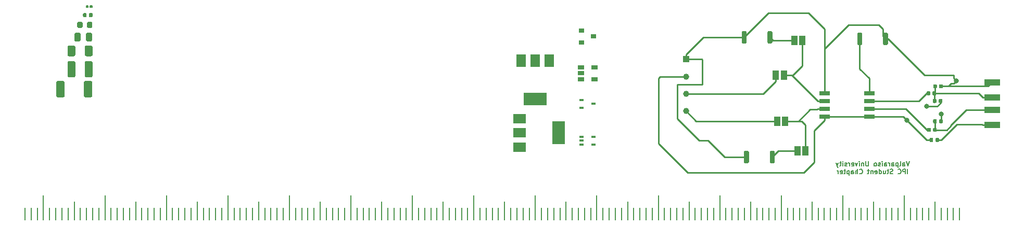
<source format=gbr>
G04 #@! TF.GenerationSoftware,KiCad,Pcbnew,(5.1.5)-3*
G04 #@! TF.CreationDate,2021-08-16T12:29:15-05:00*
G04 #@! TF.ProjectId,Valpo-PCB-Ruler,56616c70-6f2d-4504-9342-2d52756c6572,rev?*
G04 #@! TF.SameCoordinates,Original*
G04 #@! TF.FileFunction,Copper,L2,Bot*
G04 #@! TF.FilePolarity,Positive*
%FSLAX46Y46*%
G04 Gerber Fmt 4.6, Leading zero omitted, Abs format (unit mm)*
G04 Created by KiCad (PCBNEW (5.1.5)-3) date 2021-08-16 12:29:15*
%MOMM*%
%LPD*%
G04 APERTURE LIST*
%ADD10C,0.127000*%
%ADD11C,0.200000*%
%ADD12R,0.650000X0.400000*%
%ADD13R,1.060000X0.650000*%
%ADD14R,2.000000X1.500000*%
%ADD15R,2.000000X3.800000*%
%ADD16R,1.500000X2.000000*%
%ADD17R,3.800000X2.000000*%
%ADD18R,0.700000X0.450000*%
%ADD19R,0.900000X0.800000*%
%ADD20R,1.700000X0.650000*%
%ADD21C,0.100000*%
%ADD22R,1.000000X1.000000*%
%ADD23C,1.000000*%
%ADD24R,1.000000X1.500000*%
%ADD25R,2.500000X1.100000*%
%ADD26C,0.800000*%
%ADD27C,0.250000*%
G04 APERTURE END LIST*
D10*
X194818000Y-92038714D02*
X194564000Y-92800714D01*
X194310000Y-92038714D01*
X193729428Y-92800714D02*
X193729428Y-92401571D01*
X193765714Y-92329000D01*
X193838285Y-92292714D01*
X193983428Y-92292714D01*
X194056000Y-92329000D01*
X193729428Y-92764428D02*
X193802000Y-92800714D01*
X193983428Y-92800714D01*
X194056000Y-92764428D01*
X194092285Y-92691857D01*
X194092285Y-92619285D01*
X194056000Y-92546714D01*
X193983428Y-92510428D01*
X193802000Y-92510428D01*
X193729428Y-92474142D01*
X193257714Y-92800714D02*
X193330285Y-92764428D01*
X193366571Y-92691857D01*
X193366571Y-92038714D01*
X192967428Y-92292714D02*
X192967428Y-93054714D01*
X192967428Y-92329000D02*
X192894857Y-92292714D01*
X192749714Y-92292714D01*
X192677142Y-92329000D01*
X192640857Y-92365285D01*
X192604571Y-92437857D01*
X192604571Y-92655571D01*
X192640857Y-92728142D01*
X192677142Y-92764428D01*
X192749714Y-92800714D01*
X192894857Y-92800714D01*
X192967428Y-92764428D01*
X191951428Y-92800714D02*
X191951428Y-92401571D01*
X191987714Y-92329000D01*
X192060285Y-92292714D01*
X192205428Y-92292714D01*
X192278000Y-92329000D01*
X191951428Y-92764428D02*
X192024000Y-92800714D01*
X192205428Y-92800714D01*
X192278000Y-92764428D01*
X192314285Y-92691857D01*
X192314285Y-92619285D01*
X192278000Y-92546714D01*
X192205428Y-92510428D01*
X192024000Y-92510428D01*
X191951428Y-92474142D01*
X191588571Y-92800714D02*
X191588571Y-92292714D01*
X191588571Y-92437857D02*
X191552285Y-92365285D01*
X191516000Y-92329000D01*
X191443428Y-92292714D01*
X191370857Y-92292714D01*
X190790285Y-92800714D02*
X190790285Y-92401571D01*
X190826571Y-92329000D01*
X190899142Y-92292714D01*
X191044285Y-92292714D01*
X191116857Y-92329000D01*
X190790285Y-92764428D02*
X190862857Y-92800714D01*
X191044285Y-92800714D01*
X191116857Y-92764428D01*
X191153142Y-92691857D01*
X191153142Y-92619285D01*
X191116857Y-92546714D01*
X191044285Y-92510428D01*
X190862857Y-92510428D01*
X190790285Y-92474142D01*
X190427428Y-92800714D02*
X190427428Y-92292714D01*
X190427428Y-92038714D02*
X190463714Y-92075000D01*
X190427428Y-92111285D01*
X190391142Y-92075000D01*
X190427428Y-92038714D01*
X190427428Y-92111285D01*
X190100857Y-92764428D02*
X190028285Y-92800714D01*
X189883142Y-92800714D01*
X189810571Y-92764428D01*
X189774285Y-92691857D01*
X189774285Y-92655571D01*
X189810571Y-92583000D01*
X189883142Y-92546714D01*
X189992000Y-92546714D01*
X190064571Y-92510428D01*
X190100857Y-92437857D01*
X190100857Y-92401571D01*
X190064571Y-92329000D01*
X189992000Y-92292714D01*
X189883142Y-92292714D01*
X189810571Y-92329000D01*
X189338857Y-92800714D02*
X189411428Y-92764428D01*
X189447714Y-92728142D01*
X189484000Y-92655571D01*
X189484000Y-92437857D01*
X189447714Y-92365285D01*
X189411428Y-92329000D01*
X189338857Y-92292714D01*
X189230000Y-92292714D01*
X189157428Y-92329000D01*
X189121142Y-92365285D01*
X189084857Y-92437857D01*
X189084857Y-92655571D01*
X189121142Y-92728142D01*
X189157428Y-92764428D01*
X189230000Y-92800714D01*
X189338857Y-92800714D01*
X188177714Y-92038714D02*
X188177714Y-92655571D01*
X188141428Y-92728142D01*
X188105142Y-92764428D01*
X188032571Y-92800714D01*
X187887428Y-92800714D01*
X187814857Y-92764428D01*
X187778571Y-92728142D01*
X187742285Y-92655571D01*
X187742285Y-92038714D01*
X187379428Y-92292714D02*
X187379428Y-92800714D01*
X187379428Y-92365285D02*
X187343142Y-92329000D01*
X187270571Y-92292714D01*
X187161714Y-92292714D01*
X187089142Y-92329000D01*
X187052857Y-92401571D01*
X187052857Y-92800714D01*
X186690000Y-92800714D02*
X186690000Y-92292714D01*
X186690000Y-92038714D02*
X186726285Y-92075000D01*
X186690000Y-92111285D01*
X186653714Y-92075000D01*
X186690000Y-92038714D01*
X186690000Y-92111285D01*
X186399714Y-92292714D02*
X186218285Y-92800714D01*
X186036857Y-92292714D01*
X185456285Y-92764428D02*
X185528857Y-92800714D01*
X185674000Y-92800714D01*
X185746571Y-92764428D01*
X185782857Y-92691857D01*
X185782857Y-92401571D01*
X185746571Y-92329000D01*
X185674000Y-92292714D01*
X185528857Y-92292714D01*
X185456285Y-92329000D01*
X185420000Y-92401571D01*
X185420000Y-92474142D01*
X185782857Y-92546714D01*
X185093428Y-92800714D02*
X185093428Y-92292714D01*
X185093428Y-92437857D02*
X185057142Y-92365285D01*
X185020857Y-92329000D01*
X184948285Y-92292714D01*
X184875714Y-92292714D01*
X184658000Y-92764428D02*
X184585428Y-92800714D01*
X184440285Y-92800714D01*
X184367714Y-92764428D01*
X184331428Y-92691857D01*
X184331428Y-92655571D01*
X184367714Y-92583000D01*
X184440285Y-92546714D01*
X184549142Y-92546714D01*
X184621714Y-92510428D01*
X184658000Y-92437857D01*
X184658000Y-92401571D01*
X184621714Y-92329000D01*
X184549142Y-92292714D01*
X184440285Y-92292714D01*
X184367714Y-92329000D01*
X184004857Y-92800714D02*
X184004857Y-92292714D01*
X184004857Y-92038714D02*
X184041142Y-92075000D01*
X184004857Y-92111285D01*
X183968571Y-92075000D01*
X184004857Y-92038714D01*
X184004857Y-92111285D01*
X183750857Y-92292714D02*
X183460571Y-92292714D01*
X183642000Y-92038714D02*
X183642000Y-92691857D01*
X183605714Y-92764428D01*
X183533142Y-92800714D01*
X183460571Y-92800714D01*
X183279142Y-92292714D02*
X183097714Y-92800714D01*
X182916285Y-92292714D02*
X183097714Y-92800714D01*
X183170285Y-92982142D01*
X183206571Y-93018428D01*
X183279142Y-93054714D01*
X194545857Y-94070714D02*
X194545857Y-93308714D01*
X194183000Y-94070714D02*
X194183000Y-93308714D01*
X193892714Y-93308714D01*
X193820142Y-93345000D01*
X193783857Y-93381285D01*
X193747571Y-93453857D01*
X193747571Y-93562714D01*
X193783857Y-93635285D01*
X193820142Y-93671571D01*
X193892714Y-93707857D01*
X194183000Y-93707857D01*
X192985571Y-93998142D02*
X193021857Y-94034428D01*
X193130714Y-94070714D01*
X193203285Y-94070714D01*
X193312142Y-94034428D01*
X193384714Y-93961857D01*
X193421000Y-93889285D01*
X193457285Y-93744142D01*
X193457285Y-93635285D01*
X193421000Y-93490142D01*
X193384714Y-93417571D01*
X193312142Y-93345000D01*
X193203285Y-93308714D01*
X193130714Y-93308714D01*
X193021857Y-93345000D01*
X192985571Y-93381285D01*
X192114714Y-94034428D02*
X192005857Y-94070714D01*
X191824428Y-94070714D01*
X191751857Y-94034428D01*
X191715571Y-93998142D01*
X191679285Y-93925571D01*
X191679285Y-93853000D01*
X191715571Y-93780428D01*
X191751857Y-93744142D01*
X191824428Y-93707857D01*
X191969571Y-93671571D01*
X192042142Y-93635285D01*
X192078428Y-93599000D01*
X192114714Y-93526428D01*
X192114714Y-93453857D01*
X192078428Y-93381285D01*
X192042142Y-93345000D01*
X191969571Y-93308714D01*
X191788142Y-93308714D01*
X191679285Y-93345000D01*
X191461571Y-93562714D02*
X191171285Y-93562714D01*
X191352714Y-93308714D02*
X191352714Y-93961857D01*
X191316428Y-94034428D01*
X191243857Y-94070714D01*
X191171285Y-94070714D01*
X190590714Y-93562714D02*
X190590714Y-94070714D01*
X190917285Y-93562714D02*
X190917285Y-93961857D01*
X190881000Y-94034428D01*
X190808428Y-94070714D01*
X190699571Y-94070714D01*
X190627000Y-94034428D01*
X190590714Y-93998142D01*
X189901285Y-94070714D02*
X189901285Y-93308714D01*
X189901285Y-94034428D02*
X189973857Y-94070714D01*
X190119000Y-94070714D01*
X190191571Y-94034428D01*
X190227857Y-93998142D01*
X190264142Y-93925571D01*
X190264142Y-93707857D01*
X190227857Y-93635285D01*
X190191571Y-93599000D01*
X190119000Y-93562714D01*
X189973857Y-93562714D01*
X189901285Y-93599000D01*
X189248142Y-94034428D02*
X189320714Y-94070714D01*
X189465857Y-94070714D01*
X189538428Y-94034428D01*
X189574714Y-93961857D01*
X189574714Y-93671571D01*
X189538428Y-93599000D01*
X189465857Y-93562714D01*
X189320714Y-93562714D01*
X189248142Y-93599000D01*
X189211857Y-93671571D01*
X189211857Y-93744142D01*
X189574714Y-93816714D01*
X188885285Y-93562714D02*
X188885285Y-94070714D01*
X188885285Y-93635285D02*
X188849000Y-93599000D01*
X188776428Y-93562714D01*
X188667571Y-93562714D01*
X188595000Y-93599000D01*
X188558714Y-93671571D01*
X188558714Y-94070714D01*
X188304714Y-93562714D02*
X188014428Y-93562714D01*
X188195857Y-93308714D02*
X188195857Y-93961857D01*
X188159571Y-94034428D01*
X188087000Y-94070714D01*
X188014428Y-94070714D01*
X186744428Y-93998142D02*
X186780714Y-94034428D01*
X186889571Y-94070714D01*
X186962142Y-94070714D01*
X187071000Y-94034428D01*
X187143571Y-93961857D01*
X187179857Y-93889285D01*
X187216142Y-93744142D01*
X187216142Y-93635285D01*
X187179857Y-93490142D01*
X187143571Y-93417571D01*
X187071000Y-93345000D01*
X186962142Y-93308714D01*
X186889571Y-93308714D01*
X186780714Y-93345000D01*
X186744428Y-93381285D01*
X186417857Y-94070714D02*
X186417857Y-93308714D01*
X186091285Y-94070714D02*
X186091285Y-93671571D01*
X186127571Y-93599000D01*
X186200142Y-93562714D01*
X186309000Y-93562714D01*
X186381571Y-93599000D01*
X186417857Y-93635285D01*
X185401857Y-94070714D02*
X185401857Y-93671571D01*
X185438142Y-93599000D01*
X185510714Y-93562714D01*
X185655857Y-93562714D01*
X185728428Y-93599000D01*
X185401857Y-94034428D02*
X185474428Y-94070714D01*
X185655857Y-94070714D01*
X185728428Y-94034428D01*
X185764714Y-93961857D01*
X185764714Y-93889285D01*
X185728428Y-93816714D01*
X185655857Y-93780428D01*
X185474428Y-93780428D01*
X185401857Y-93744142D01*
X185039000Y-93562714D02*
X185039000Y-94324714D01*
X185039000Y-93599000D02*
X184966428Y-93562714D01*
X184821285Y-93562714D01*
X184748714Y-93599000D01*
X184712428Y-93635285D01*
X184676142Y-93707857D01*
X184676142Y-93925571D01*
X184712428Y-93998142D01*
X184748714Y-94034428D01*
X184821285Y-94070714D01*
X184966428Y-94070714D01*
X185039000Y-94034428D01*
X184458428Y-93562714D02*
X184168142Y-93562714D01*
X184349571Y-93308714D02*
X184349571Y-93961857D01*
X184313285Y-94034428D01*
X184240714Y-94070714D01*
X184168142Y-94070714D01*
X183623857Y-94034428D02*
X183696428Y-94070714D01*
X183841571Y-94070714D01*
X183914142Y-94034428D01*
X183950428Y-93961857D01*
X183950428Y-93671571D01*
X183914142Y-93599000D01*
X183841571Y-93562714D01*
X183696428Y-93562714D01*
X183623857Y-93599000D01*
X183587571Y-93671571D01*
X183587571Y-93744142D01*
X183950428Y-93816714D01*
X183261000Y-94070714D02*
X183261000Y-93562714D01*
X183261000Y-93707857D02*
X183224714Y-93635285D01*
X183188428Y-93599000D01*
X183115857Y-93562714D01*
X183043285Y-93562714D01*
D11*
X51000000Y-101600000D02*
X51000000Y-99600000D01*
X52000000Y-101600000D02*
X52000000Y-99600000D01*
X53000000Y-101600000D02*
X53000000Y-99600000D01*
X57000000Y-101600000D02*
X57000000Y-99600000D01*
X55000000Y-101600000D02*
X55000000Y-99600000D01*
X60000000Y-101600000D02*
X60000000Y-99600000D01*
X61000000Y-101600000D02*
X61000000Y-99600000D01*
X62000000Y-101600000D02*
X62000000Y-99600000D01*
X54000000Y-101600000D02*
X54000000Y-97600000D01*
X58000000Y-101600000D02*
X58000000Y-99600000D01*
X63000000Y-101600000D02*
X63000000Y-99600000D01*
X56000000Y-101600000D02*
X56000000Y-99600000D01*
X59000000Y-101600000D02*
X59000000Y-98600000D01*
X67000000Y-101600000D02*
X67000000Y-99600000D01*
X65000000Y-101600000D02*
X65000000Y-99600000D01*
X70000000Y-101600000D02*
X70000000Y-99600000D01*
X71000000Y-101600000D02*
X71000000Y-99600000D01*
X72000000Y-101600000D02*
X72000000Y-99600000D01*
X64000000Y-101600000D02*
X64000000Y-97600000D01*
X68000000Y-101600000D02*
X68000000Y-99600000D01*
X73000000Y-101600000D02*
X73000000Y-99600000D01*
X66000000Y-101600000D02*
X66000000Y-99600000D01*
X69000000Y-101600000D02*
X69000000Y-98600000D01*
X77000000Y-101600000D02*
X77000000Y-99600000D01*
X75000000Y-101600000D02*
X75000000Y-99600000D01*
X80000000Y-101600000D02*
X80000000Y-99600000D01*
X81000000Y-101600000D02*
X81000000Y-99600000D01*
X82000000Y-101600000D02*
X82000000Y-99600000D01*
X74000000Y-101600000D02*
X74000000Y-97600000D01*
X78000000Y-101600000D02*
X78000000Y-99600000D01*
X83000000Y-101600000D02*
X83000000Y-99600000D01*
X76000000Y-101600000D02*
X76000000Y-99600000D01*
X79000000Y-101600000D02*
X79000000Y-98600000D01*
X87000000Y-101600000D02*
X87000000Y-99600000D01*
X85000000Y-101600000D02*
X85000000Y-99600000D01*
X90000000Y-101600000D02*
X90000000Y-99600000D01*
X91000000Y-101600000D02*
X91000000Y-99600000D01*
X92000000Y-101600000D02*
X92000000Y-99600000D01*
X84000000Y-101600000D02*
X84000000Y-97600000D01*
X88000000Y-101600000D02*
X88000000Y-99600000D01*
X93000000Y-101600000D02*
X93000000Y-99600000D01*
X86000000Y-101600000D02*
X86000000Y-99600000D01*
X89000000Y-101600000D02*
X89000000Y-98600000D01*
X97000000Y-101600000D02*
X97000000Y-99600000D01*
X95000000Y-101600000D02*
X95000000Y-99600000D01*
X100000000Y-101600000D02*
X100000000Y-99600000D01*
X101000000Y-101600000D02*
X101000000Y-99600000D01*
X102000000Y-101600000D02*
X102000000Y-99600000D01*
X94000000Y-101600000D02*
X94000000Y-97600000D01*
X98000000Y-101600000D02*
X98000000Y-99600000D01*
X103000000Y-101600000D02*
X103000000Y-99600000D01*
X96000000Y-101600000D02*
X96000000Y-99600000D01*
X99000000Y-101600000D02*
X99000000Y-98600000D01*
X107000000Y-101600000D02*
X107000000Y-99600000D01*
X105000000Y-101600000D02*
X105000000Y-99600000D01*
X110000000Y-101600000D02*
X110000000Y-99600000D01*
X111000000Y-101600000D02*
X111000000Y-99600000D01*
X112000000Y-101600000D02*
X112000000Y-99600000D01*
X104000000Y-101600000D02*
X104000000Y-97600000D01*
X108000000Y-101600000D02*
X108000000Y-99600000D01*
X113000000Y-101600000D02*
X113000000Y-99600000D01*
X106000000Y-101600000D02*
X106000000Y-99600000D01*
X109000000Y-101600000D02*
X109000000Y-98600000D01*
X117000000Y-101600000D02*
X117000000Y-99600000D01*
X115000000Y-101600000D02*
X115000000Y-99600000D01*
X120000000Y-101600000D02*
X120000000Y-99600000D01*
X121000000Y-101600000D02*
X121000000Y-99600000D01*
X122000000Y-101600000D02*
X122000000Y-99600000D01*
X114000000Y-101600000D02*
X114000000Y-97600000D01*
X118000000Y-101600000D02*
X118000000Y-99600000D01*
X123000000Y-101600000D02*
X123000000Y-99600000D01*
X116000000Y-101600000D02*
X116000000Y-99600000D01*
X119000000Y-101600000D02*
X119000000Y-98600000D01*
X127000000Y-101600000D02*
X127000000Y-99600000D01*
X125000000Y-101600000D02*
X125000000Y-99600000D01*
X130000000Y-101600000D02*
X130000000Y-99600000D01*
X131000000Y-101600000D02*
X131000000Y-99600000D01*
X132000000Y-101600000D02*
X132000000Y-99600000D01*
X124000000Y-101600000D02*
X124000000Y-97600000D01*
X128000000Y-101600000D02*
X128000000Y-99600000D01*
X133000000Y-101600000D02*
X133000000Y-99600000D01*
X126000000Y-101600000D02*
X126000000Y-99600000D01*
X129000000Y-101600000D02*
X129000000Y-98600000D01*
X137000000Y-101600000D02*
X137000000Y-99600000D01*
X135000000Y-101600000D02*
X135000000Y-99600000D01*
X140000000Y-101600000D02*
X140000000Y-99600000D01*
X141000000Y-101600000D02*
X141000000Y-99600000D01*
X142000000Y-101600000D02*
X142000000Y-99600000D01*
X134000000Y-101600000D02*
X134000000Y-97600000D01*
X138000000Y-101600000D02*
X138000000Y-99600000D01*
X143000000Y-101600000D02*
X143000000Y-99600000D01*
X136000000Y-101600000D02*
X136000000Y-99600000D01*
X139000000Y-101600000D02*
X139000000Y-98600000D01*
X147000000Y-101600000D02*
X147000000Y-99600000D01*
X145000000Y-101600000D02*
X145000000Y-99600000D01*
X150000000Y-101600000D02*
X150000000Y-99600000D01*
X151000000Y-101600000D02*
X151000000Y-99600000D01*
X152000000Y-101600000D02*
X152000000Y-99600000D01*
X144000000Y-101600000D02*
X144000000Y-97600000D01*
X148000000Y-101600000D02*
X148000000Y-99600000D01*
X153000000Y-101600000D02*
X153000000Y-99600000D01*
X146000000Y-101600000D02*
X146000000Y-99600000D01*
X149000000Y-101600000D02*
X149000000Y-98600000D01*
X157000000Y-101600000D02*
X157000000Y-99600000D01*
X155000000Y-101600000D02*
X155000000Y-99600000D01*
X160000000Y-101600000D02*
X160000000Y-99600000D01*
X161000000Y-101600000D02*
X161000000Y-99600000D01*
X162000000Y-101600000D02*
X162000000Y-99600000D01*
X154000000Y-101600000D02*
X154000000Y-97600000D01*
X158000000Y-101600000D02*
X158000000Y-99600000D01*
X163000000Y-101600000D02*
X163000000Y-99600000D01*
X156000000Y-101600000D02*
X156000000Y-99600000D01*
X159000000Y-101600000D02*
X159000000Y-98600000D01*
X167000000Y-101600000D02*
X167000000Y-99600000D01*
X165000000Y-101600000D02*
X165000000Y-99600000D01*
X170000000Y-101600000D02*
X170000000Y-99600000D01*
X171000000Y-101600000D02*
X171000000Y-99600000D01*
X172000000Y-101600000D02*
X172000000Y-99600000D01*
X164000000Y-101600000D02*
X164000000Y-97600000D01*
X168000000Y-101600000D02*
X168000000Y-99600000D01*
X173000000Y-101600000D02*
X173000000Y-99600000D01*
X166000000Y-101600000D02*
X166000000Y-99600000D01*
X169000000Y-101600000D02*
X169000000Y-98600000D01*
X177000000Y-101600000D02*
X177000000Y-99600000D01*
X175000000Y-101600000D02*
X175000000Y-99600000D01*
X180000000Y-101600000D02*
X180000000Y-99600000D01*
X181000000Y-101600000D02*
X181000000Y-99600000D01*
X182000000Y-101600000D02*
X182000000Y-99600000D01*
X174000000Y-101600000D02*
X174000000Y-97600000D01*
X178000000Y-101600000D02*
X178000000Y-99600000D01*
X183000000Y-101600000D02*
X183000000Y-99600000D01*
X176000000Y-101600000D02*
X176000000Y-99600000D01*
X179000000Y-101600000D02*
X179000000Y-98600000D01*
X187000000Y-101600000D02*
X187000000Y-99600000D01*
X185000000Y-101600000D02*
X185000000Y-99600000D01*
X190000000Y-101600000D02*
X190000000Y-99600000D01*
X191000000Y-101600000D02*
X191000000Y-99600000D01*
X192000000Y-101600000D02*
X192000000Y-99600000D01*
X184000000Y-101600000D02*
X184000000Y-97600000D01*
X188000000Y-101600000D02*
X188000000Y-99600000D01*
X193000000Y-101600000D02*
X193000000Y-99600000D01*
X186000000Y-101600000D02*
X186000000Y-99600000D01*
X189000000Y-101600000D02*
X189000000Y-98600000D01*
X197000000Y-101600000D02*
X197000000Y-99600000D01*
X195000000Y-101600000D02*
X195000000Y-99600000D01*
X200000000Y-101600000D02*
X200000000Y-99600000D01*
X201000000Y-101600000D02*
X201000000Y-99600000D01*
X202000000Y-101600000D02*
X202000000Y-99600000D01*
X194000000Y-101600000D02*
X194000000Y-97600000D01*
X198000000Y-101600000D02*
X198000000Y-99600000D01*
X203000000Y-101600000D02*
X203000000Y-99600000D01*
X196000000Y-101600000D02*
X196000000Y-99600000D01*
X199000000Y-101600000D02*
X199000000Y-98600000D01*
D12*
X143438000Y-89282000D03*
X143438000Y-87982000D03*
X141538000Y-88632000D03*
X141538000Y-87982000D03*
X141538000Y-89282000D03*
D13*
X143588000Y-78582000D03*
X143588000Y-76682000D03*
X141388000Y-76682000D03*
X141388000Y-77632000D03*
X141388000Y-78582000D03*
D14*
X131470000Y-89676000D03*
X131470000Y-85076000D03*
X131470000Y-87376000D03*
D15*
X137770000Y-87376000D03*
D16*
X131680000Y-75578000D03*
X136280000Y-75578000D03*
X133980000Y-75578000D03*
D17*
X133980000Y-81878000D03*
D18*
X143488000Y-82632000D03*
X141488000Y-81982000D03*
X141488000Y-83282000D03*
D19*
X143488000Y-71632000D03*
X141488000Y-70682000D03*
X141488000Y-72582000D03*
D20*
X188308000Y-84709000D03*
X188308000Y-83439000D03*
X188308000Y-82169000D03*
X188308000Y-80899000D03*
X181008000Y-80899000D03*
X181008000Y-82169000D03*
X181008000Y-83439000D03*
X181008000Y-84709000D03*
G04 #@! TA.AperFunction,SMDPad,CuDef*
D21*
G36*
X199062258Y-80584510D02*
G01*
X199076576Y-80586634D01*
X199090617Y-80590151D01*
X199104246Y-80595028D01*
X199117331Y-80601217D01*
X199129747Y-80608658D01*
X199141373Y-80617281D01*
X199152098Y-80627002D01*
X199161819Y-80637727D01*
X199170442Y-80649353D01*
X199177883Y-80661769D01*
X199184072Y-80674854D01*
X199188949Y-80688483D01*
X199192466Y-80702524D01*
X199194590Y-80716842D01*
X199195300Y-80731300D01*
X199195300Y-81076300D01*
X199194590Y-81090758D01*
X199192466Y-81105076D01*
X199188949Y-81119117D01*
X199184072Y-81132746D01*
X199177883Y-81145831D01*
X199170442Y-81158247D01*
X199161819Y-81169873D01*
X199152098Y-81180598D01*
X199141373Y-81190319D01*
X199129747Y-81198942D01*
X199117331Y-81206383D01*
X199104246Y-81212572D01*
X199090617Y-81217449D01*
X199076576Y-81220966D01*
X199062258Y-81223090D01*
X199047800Y-81223800D01*
X198752800Y-81223800D01*
X198738342Y-81223090D01*
X198724024Y-81220966D01*
X198709983Y-81217449D01*
X198696354Y-81212572D01*
X198683269Y-81206383D01*
X198670853Y-81198942D01*
X198659227Y-81190319D01*
X198648502Y-81180598D01*
X198638781Y-81169873D01*
X198630158Y-81158247D01*
X198622717Y-81145831D01*
X198616528Y-81132746D01*
X198611651Y-81119117D01*
X198608134Y-81105076D01*
X198606010Y-81090758D01*
X198605300Y-81076300D01*
X198605300Y-80731300D01*
X198606010Y-80716842D01*
X198608134Y-80702524D01*
X198611651Y-80688483D01*
X198616528Y-80674854D01*
X198622717Y-80661769D01*
X198630158Y-80649353D01*
X198638781Y-80637727D01*
X198648502Y-80627002D01*
X198659227Y-80617281D01*
X198670853Y-80608658D01*
X198683269Y-80601217D01*
X198696354Y-80595028D01*
X198709983Y-80590151D01*
X198724024Y-80586634D01*
X198738342Y-80584510D01*
X198752800Y-80583800D01*
X199047800Y-80583800D01*
X199062258Y-80584510D01*
G37*
G04 #@! TD.AperFunction*
G04 #@! TA.AperFunction,SMDPad,CuDef*
G36*
X198092258Y-80584510D02*
G01*
X198106576Y-80586634D01*
X198120617Y-80590151D01*
X198134246Y-80595028D01*
X198147331Y-80601217D01*
X198159747Y-80608658D01*
X198171373Y-80617281D01*
X198182098Y-80627002D01*
X198191819Y-80637727D01*
X198200442Y-80649353D01*
X198207883Y-80661769D01*
X198214072Y-80674854D01*
X198218949Y-80688483D01*
X198222466Y-80702524D01*
X198224590Y-80716842D01*
X198225300Y-80731300D01*
X198225300Y-81076300D01*
X198224590Y-81090758D01*
X198222466Y-81105076D01*
X198218949Y-81119117D01*
X198214072Y-81132746D01*
X198207883Y-81145831D01*
X198200442Y-81158247D01*
X198191819Y-81169873D01*
X198182098Y-81180598D01*
X198171373Y-81190319D01*
X198159747Y-81198942D01*
X198147331Y-81206383D01*
X198134246Y-81212572D01*
X198120617Y-81217449D01*
X198106576Y-81220966D01*
X198092258Y-81223090D01*
X198077800Y-81223800D01*
X197782800Y-81223800D01*
X197768342Y-81223090D01*
X197754024Y-81220966D01*
X197739983Y-81217449D01*
X197726354Y-81212572D01*
X197713269Y-81206383D01*
X197700853Y-81198942D01*
X197689227Y-81190319D01*
X197678502Y-81180598D01*
X197668781Y-81169873D01*
X197660158Y-81158247D01*
X197652717Y-81145831D01*
X197646528Y-81132746D01*
X197641651Y-81119117D01*
X197638134Y-81105076D01*
X197636010Y-81090758D01*
X197635300Y-81076300D01*
X197635300Y-80731300D01*
X197636010Y-80716842D01*
X197638134Y-80702524D01*
X197641651Y-80688483D01*
X197646528Y-80674854D01*
X197652717Y-80661769D01*
X197660158Y-80649353D01*
X197668781Y-80637727D01*
X197678502Y-80627002D01*
X197689227Y-80617281D01*
X197700853Y-80608658D01*
X197713269Y-80601217D01*
X197726354Y-80595028D01*
X197739983Y-80590151D01*
X197754024Y-80586634D01*
X197768342Y-80584510D01*
X197782800Y-80583800D01*
X198077800Y-80583800D01*
X198092258Y-80584510D01*
G37*
G04 #@! TD.AperFunction*
G04 #@! TA.AperFunction,SMDPad,CuDef*
G36*
X200062258Y-81834510D02*
G01*
X200076576Y-81836634D01*
X200090617Y-81840151D01*
X200104246Y-81845028D01*
X200117331Y-81851217D01*
X200129747Y-81858658D01*
X200141373Y-81867281D01*
X200152098Y-81877002D01*
X200161819Y-81887727D01*
X200170442Y-81899353D01*
X200177883Y-81911769D01*
X200184072Y-81924854D01*
X200188949Y-81938483D01*
X200192466Y-81952524D01*
X200194590Y-81966842D01*
X200195300Y-81981300D01*
X200195300Y-82326300D01*
X200194590Y-82340758D01*
X200192466Y-82355076D01*
X200188949Y-82369117D01*
X200184072Y-82382746D01*
X200177883Y-82395831D01*
X200170442Y-82408247D01*
X200161819Y-82419873D01*
X200152098Y-82430598D01*
X200141373Y-82440319D01*
X200129747Y-82448942D01*
X200117331Y-82456383D01*
X200104246Y-82462572D01*
X200090617Y-82467449D01*
X200076576Y-82470966D01*
X200062258Y-82473090D01*
X200047800Y-82473800D01*
X199752800Y-82473800D01*
X199738342Y-82473090D01*
X199724024Y-82470966D01*
X199709983Y-82467449D01*
X199696354Y-82462572D01*
X199683269Y-82456383D01*
X199670853Y-82448942D01*
X199659227Y-82440319D01*
X199648502Y-82430598D01*
X199638781Y-82419873D01*
X199630158Y-82408247D01*
X199622717Y-82395831D01*
X199616528Y-82382746D01*
X199611651Y-82369117D01*
X199608134Y-82355076D01*
X199606010Y-82340758D01*
X199605300Y-82326300D01*
X199605300Y-81981300D01*
X199606010Y-81966842D01*
X199608134Y-81952524D01*
X199611651Y-81938483D01*
X199616528Y-81924854D01*
X199622717Y-81911769D01*
X199630158Y-81899353D01*
X199638781Y-81887727D01*
X199648502Y-81877002D01*
X199659227Y-81867281D01*
X199670853Y-81858658D01*
X199683269Y-81851217D01*
X199696354Y-81845028D01*
X199709983Y-81840151D01*
X199724024Y-81836634D01*
X199738342Y-81834510D01*
X199752800Y-81833800D01*
X200047800Y-81833800D01*
X200062258Y-81834510D01*
G37*
G04 #@! TD.AperFunction*
G04 #@! TA.AperFunction,SMDPad,CuDef*
G36*
X199092258Y-81834510D02*
G01*
X199106576Y-81836634D01*
X199120617Y-81840151D01*
X199134246Y-81845028D01*
X199147331Y-81851217D01*
X199159747Y-81858658D01*
X199171373Y-81867281D01*
X199182098Y-81877002D01*
X199191819Y-81887727D01*
X199200442Y-81899353D01*
X199207883Y-81911769D01*
X199214072Y-81924854D01*
X199218949Y-81938483D01*
X199222466Y-81952524D01*
X199224590Y-81966842D01*
X199225300Y-81981300D01*
X199225300Y-82326300D01*
X199224590Y-82340758D01*
X199222466Y-82355076D01*
X199218949Y-82369117D01*
X199214072Y-82382746D01*
X199207883Y-82395831D01*
X199200442Y-82408247D01*
X199191819Y-82419873D01*
X199182098Y-82430598D01*
X199171373Y-82440319D01*
X199159747Y-82448942D01*
X199147331Y-82456383D01*
X199134246Y-82462572D01*
X199120617Y-82467449D01*
X199106576Y-82470966D01*
X199092258Y-82473090D01*
X199077800Y-82473800D01*
X198782800Y-82473800D01*
X198768342Y-82473090D01*
X198754024Y-82470966D01*
X198739983Y-82467449D01*
X198726354Y-82462572D01*
X198713269Y-82456383D01*
X198700853Y-82448942D01*
X198689227Y-82440319D01*
X198678502Y-82430598D01*
X198668781Y-82419873D01*
X198660158Y-82408247D01*
X198652717Y-82395831D01*
X198646528Y-82382746D01*
X198641651Y-82369117D01*
X198638134Y-82355076D01*
X198636010Y-82340758D01*
X198635300Y-82326300D01*
X198635300Y-81981300D01*
X198636010Y-81966842D01*
X198638134Y-81952524D01*
X198641651Y-81938483D01*
X198646528Y-81924854D01*
X198652717Y-81911769D01*
X198660158Y-81899353D01*
X198668781Y-81887727D01*
X198678502Y-81877002D01*
X198689227Y-81867281D01*
X198700853Y-81858658D01*
X198713269Y-81851217D01*
X198726354Y-81845028D01*
X198739983Y-81840151D01*
X198754024Y-81836634D01*
X198768342Y-81834510D01*
X198782800Y-81833800D01*
X199077800Y-81833800D01*
X199092258Y-81834510D01*
G37*
G04 #@! TD.AperFunction*
G04 #@! TA.AperFunction,SMDPad,CuDef*
G36*
X199147958Y-86561410D02*
G01*
X199162276Y-86563534D01*
X199176317Y-86567051D01*
X199189946Y-86571928D01*
X199203031Y-86578117D01*
X199215447Y-86585558D01*
X199227073Y-86594181D01*
X199237798Y-86603902D01*
X199247519Y-86614627D01*
X199256142Y-86626253D01*
X199263583Y-86638669D01*
X199269772Y-86651754D01*
X199274649Y-86665383D01*
X199278166Y-86679424D01*
X199280290Y-86693742D01*
X199281000Y-86708200D01*
X199281000Y-87053200D01*
X199280290Y-87067658D01*
X199278166Y-87081976D01*
X199274649Y-87096017D01*
X199269772Y-87109646D01*
X199263583Y-87122731D01*
X199256142Y-87135147D01*
X199247519Y-87146773D01*
X199237798Y-87157498D01*
X199227073Y-87167219D01*
X199215447Y-87175842D01*
X199203031Y-87183283D01*
X199189946Y-87189472D01*
X199176317Y-87194349D01*
X199162276Y-87197866D01*
X199147958Y-87199990D01*
X199133500Y-87200700D01*
X198838500Y-87200700D01*
X198824042Y-87199990D01*
X198809724Y-87197866D01*
X198795683Y-87194349D01*
X198782054Y-87189472D01*
X198768969Y-87183283D01*
X198756553Y-87175842D01*
X198744927Y-87167219D01*
X198734202Y-87157498D01*
X198724481Y-87146773D01*
X198715858Y-87135147D01*
X198708417Y-87122731D01*
X198702228Y-87109646D01*
X198697351Y-87096017D01*
X198693834Y-87081976D01*
X198691710Y-87067658D01*
X198691000Y-87053200D01*
X198691000Y-86708200D01*
X198691710Y-86693742D01*
X198693834Y-86679424D01*
X198697351Y-86665383D01*
X198702228Y-86651754D01*
X198708417Y-86638669D01*
X198715858Y-86626253D01*
X198724481Y-86614627D01*
X198734202Y-86603902D01*
X198744927Y-86594181D01*
X198756553Y-86585558D01*
X198768969Y-86578117D01*
X198782054Y-86571928D01*
X198795683Y-86567051D01*
X198809724Y-86563534D01*
X198824042Y-86561410D01*
X198838500Y-86560700D01*
X199133500Y-86560700D01*
X199147958Y-86561410D01*
G37*
G04 #@! TD.AperFunction*
G04 #@! TA.AperFunction,SMDPad,CuDef*
G36*
X198177958Y-86561410D02*
G01*
X198192276Y-86563534D01*
X198206317Y-86567051D01*
X198219946Y-86571928D01*
X198233031Y-86578117D01*
X198245447Y-86585558D01*
X198257073Y-86594181D01*
X198267798Y-86603902D01*
X198277519Y-86614627D01*
X198286142Y-86626253D01*
X198293583Y-86638669D01*
X198299772Y-86651754D01*
X198304649Y-86665383D01*
X198308166Y-86679424D01*
X198310290Y-86693742D01*
X198311000Y-86708200D01*
X198311000Y-87053200D01*
X198310290Y-87067658D01*
X198308166Y-87081976D01*
X198304649Y-87096017D01*
X198299772Y-87109646D01*
X198293583Y-87122731D01*
X198286142Y-87135147D01*
X198277519Y-87146773D01*
X198267798Y-87157498D01*
X198257073Y-87167219D01*
X198245447Y-87175842D01*
X198233031Y-87183283D01*
X198219946Y-87189472D01*
X198206317Y-87194349D01*
X198192276Y-87197866D01*
X198177958Y-87199990D01*
X198163500Y-87200700D01*
X197868500Y-87200700D01*
X197854042Y-87199990D01*
X197839724Y-87197866D01*
X197825683Y-87194349D01*
X197812054Y-87189472D01*
X197798969Y-87183283D01*
X197786553Y-87175842D01*
X197774927Y-87167219D01*
X197764202Y-87157498D01*
X197754481Y-87146773D01*
X197745858Y-87135147D01*
X197738417Y-87122731D01*
X197732228Y-87109646D01*
X197727351Y-87096017D01*
X197723834Y-87081976D01*
X197721710Y-87067658D01*
X197721000Y-87053200D01*
X197721000Y-86708200D01*
X197721710Y-86693742D01*
X197723834Y-86679424D01*
X197727351Y-86665383D01*
X197732228Y-86651754D01*
X197738417Y-86638669D01*
X197745858Y-86626253D01*
X197754481Y-86614627D01*
X197764202Y-86603902D01*
X197774927Y-86594181D01*
X197786553Y-86585558D01*
X197798969Y-86578117D01*
X197812054Y-86571928D01*
X197825683Y-86567051D01*
X197839724Y-86563534D01*
X197854042Y-86561410D01*
X197868500Y-86560700D01*
X198163500Y-86560700D01*
X198177958Y-86561410D01*
G37*
G04 #@! TD.AperFunction*
G04 #@! TA.AperFunction,SMDPad,CuDef*
G36*
X200140958Y-79436710D02*
G01*
X200155276Y-79438834D01*
X200169317Y-79442351D01*
X200182946Y-79447228D01*
X200196031Y-79453417D01*
X200208447Y-79460858D01*
X200220073Y-79469481D01*
X200230798Y-79479202D01*
X200240519Y-79489927D01*
X200249142Y-79501553D01*
X200256583Y-79513969D01*
X200262772Y-79527054D01*
X200267649Y-79540683D01*
X200271166Y-79554724D01*
X200273290Y-79569042D01*
X200274000Y-79583500D01*
X200274000Y-79928500D01*
X200273290Y-79942958D01*
X200271166Y-79957276D01*
X200267649Y-79971317D01*
X200262772Y-79984946D01*
X200256583Y-79998031D01*
X200249142Y-80010447D01*
X200240519Y-80022073D01*
X200230798Y-80032798D01*
X200220073Y-80042519D01*
X200208447Y-80051142D01*
X200196031Y-80058583D01*
X200182946Y-80064772D01*
X200169317Y-80069649D01*
X200155276Y-80073166D01*
X200140958Y-80075290D01*
X200126500Y-80076000D01*
X199831500Y-80076000D01*
X199817042Y-80075290D01*
X199802724Y-80073166D01*
X199788683Y-80069649D01*
X199775054Y-80064772D01*
X199761969Y-80058583D01*
X199749553Y-80051142D01*
X199737927Y-80042519D01*
X199727202Y-80032798D01*
X199717481Y-80022073D01*
X199708858Y-80010447D01*
X199701417Y-79998031D01*
X199695228Y-79984946D01*
X199690351Y-79971317D01*
X199686834Y-79957276D01*
X199684710Y-79942958D01*
X199684000Y-79928500D01*
X199684000Y-79583500D01*
X199684710Y-79569042D01*
X199686834Y-79554724D01*
X199690351Y-79540683D01*
X199695228Y-79527054D01*
X199701417Y-79513969D01*
X199708858Y-79501553D01*
X199717481Y-79489927D01*
X199727202Y-79479202D01*
X199737927Y-79469481D01*
X199749553Y-79460858D01*
X199761969Y-79453417D01*
X199775054Y-79447228D01*
X199788683Y-79442351D01*
X199802724Y-79438834D01*
X199817042Y-79436710D01*
X199831500Y-79436000D01*
X200126500Y-79436000D01*
X200140958Y-79436710D01*
G37*
G04 #@! TD.AperFunction*
G04 #@! TA.AperFunction,SMDPad,CuDef*
G36*
X199170958Y-79436710D02*
G01*
X199185276Y-79438834D01*
X199199317Y-79442351D01*
X199212946Y-79447228D01*
X199226031Y-79453417D01*
X199238447Y-79460858D01*
X199250073Y-79469481D01*
X199260798Y-79479202D01*
X199270519Y-79489927D01*
X199279142Y-79501553D01*
X199286583Y-79513969D01*
X199292772Y-79527054D01*
X199297649Y-79540683D01*
X199301166Y-79554724D01*
X199303290Y-79569042D01*
X199304000Y-79583500D01*
X199304000Y-79928500D01*
X199303290Y-79942958D01*
X199301166Y-79957276D01*
X199297649Y-79971317D01*
X199292772Y-79984946D01*
X199286583Y-79998031D01*
X199279142Y-80010447D01*
X199270519Y-80022073D01*
X199260798Y-80032798D01*
X199250073Y-80042519D01*
X199238447Y-80051142D01*
X199226031Y-80058583D01*
X199212946Y-80064772D01*
X199199317Y-80069649D01*
X199185276Y-80073166D01*
X199170958Y-80075290D01*
X199156500Y-80076000D01*
X198861500Y-80076000D01*
X198847042Y-80075290D01*
X198832724Y-80073166D01*
X198818683Y-80069649D01*
X198805054Y-80064772D01*
X198791969Y-80058583D01*
X198779553Y-80051142D01*
X198767927Y-80042519D01*
X198757202Y-80032798D01*
X198747481Y-80022073D01*
X198738858Y-80010447D01*
X198731417Y-79998031D01*
X198725228Y-79984946D01*
X198720351Y-79971317D01*
X198716834Y-79957276D01*
X198714710Y-79942958D01*
X198714000Y-79928500D01*
X198714000Y-79583500D01*
X198714710Y-79569042D01*
X198716834Y-79554724D01*
X198720351Y-79540683D01*
X198725228Y-79527054D01*
X198731417Y-79513969D01*
X198738858Y-79501553D01*
X198747481Y-79489927D01*
X198757202Y-79479202D01*
X198767927Y-79469481D01*
X198779553Y-79460858D01*
X198791969Y-79453417D01*
X198805054Y-79447228D01*
X198818683Y-79442351D01*
X198832724Y-79438834D01*
X198847042Y-79436710D01*
X198861500Y-79436000D01*
X199156500Y-79436000D01*
X199170958Y-79436710D01*
G37*
G04 #@! TD.AperFunction*
G04 #@! TA.AperFunction,SMDPad,CuDef*
G36*
X199528958Y-88199710D02*
G01*
X199543276Y-88201834D01*
X199557317Y-88205351D01*
X199570946Y-88210228D01*
X199584031Y-88216417D01*
X199596447Y-88223858D01*
X199608073Y-88232481D01*
X199618798Y-88242202D01*
X199628519Y-88252927D01*
X199637142Y-88264553D01*
X199644583Y-88276969D01*
X199650772Y-88290054D01*
X199655649Y-88303683D01*
X199659166Y-88317724D01*
X199661290Y-88332042D01*
X199662000Y-88346500D01*
X199662000Y-88691500D01*
X199661290Y-88705958D01*
X199659166Y-88720276D01*
X199655649Y-88734317D01*
X199650772Y-88747946D01*
X199644583Y-88761031D01*
X199637142Y-88773447D01*
X199628519Y-88785073D01*
X199618798Y-88795798D01*
X199608073Y-88805519D01*
X199596447Y-88814142D01*
X199584031Y-88821583D01*
X199570946Y-88827772D01*
X199557317Y-88832649D01*
X199543276Y-88836166D01*
X199528958Y-88838290D01*
X199514500Y-88839000D01*
X199219500Y-88839000D01*
X199205042Y-88838290D01*
X199190724Y-88836166D01*
X199176683Y-88832649D01*
X199163054Y-88827772D01*
X199149969Y-88821583D01*
X199137553Y-88814142D01*
X199125927Y-88805519D01*
X199115202Y-88795798D01*
X199105481Y-88785073D01*
X199096858Y-88773447D01*
X199089417Y-88761031D01*
X199083228Y-88747946D01*
X199078351Y-88734317D01*
X199074834Y-88720276D01*
X199072710Y-88705958D01*
X199072000Y-88691500D01*
X199072000Y-88346500D01*
X199072710Y-88332042D01*
X199074834Y-88317724D01*
X199078351Y-88303683D01*
X199083228Y-88290054D01*
X199089417Y-88276969D01*
X199096858Y-88264553D01*
X199105481Y-88252927D01*
X199115202Y-88242202D01*
X199125927Y-88232481D01*
X199137553Y-88223858D01*
X199149969Y-88216417D01*
X199163054Y-88210228D01*
X199176683Y-88205351D01*
X199190724Y-88201834D01*
X199205042Y-88199710D01*
X199219500Y-88199000D01*
X199514500Y-88199000D01*
X199528958Y-88199710D01*
G37*
G04 #@! TD.AperFunction*
G04 #@! TA.AperFunction,SMDPad,CuDef*
G36*
X198558958Y-88199710D02*
G01*
X198573276Y-88201834D01*
X198587317Y-88205351D01*
X198600946Y-88210228D01*
X198614031Y-88216417D01*
X198626447Y-88223858D01*
X198638073Y-88232481D01*
X198648798Y-88242202D01*
X198658519Y-88252927D01*
X198667142Y-88264553D01*
X198674583Y-88276969D01*
X198680772Y-88290054D01*
X198685649Y-88303683D01*
X198689166Y-88317724D01*
X198691290Y-88332042D01*
X198692000Y-88346500D01*
X198692000Y-88691500D01*
X198691290Y-88705958D01*
X198689166Y-88720276D01*
X198685649Y-88734317D01*
X198680772Y-88747946D01*
X198674583Y-88761031D01*
X198667142Y-88773447D01*
X198658519Y-88785073D01*
X198648798Y-88795798D01*
X198638073Y-88805519D01*
X198626447Y-88814142D01*
X198614031Y-88821583D01*
X198600946Y-88827772D01*
X198587317Y-88832649D01*
X198573276Y-88836166D01*
X198558958Y-88838290D01*
X198544500Y-88839000D01*
X198249500Y-88839000D01*
X198235042Y-88838290D01*
X198220724Y-88836166D01*
X198206683Y-88832649D01*
X198193054Y-88827772D01*
X198179969Y-88821583D01*
X198167553Y-88814142D01*
X198155927Y-88805519D01*
X198145202Y-88795798D01*
X198135481Y-88785073D01*
X198126858Y-88773447D01*
X198119417Y-88761031D01*
X198113228Y-88747946D01*
X198108351Y-88734317D01*
X198104834Y-88720276D01*
X198102710Y-88705958D01*
X198102000Y-88691500D01*
X198102000Y-88346500D01*
X198102710Y-88332042D01*
X198104834Y-88317724D01*
X198108351Y-88303683D01*
X198113228Y-88290054D01*
X198119417Y-88276969D01*
X198126858Y-88264553D01*
X198135481Y-88252927D01*
X198145202Y-88242202D01*
X198155927Y-88232481D01*
X198167553Y-88223858D01*
X198179969Y-88216417D01*
X198193054Y-88210228D01*
X198206683Y-88205351D01*
X198220724Y-88201834D01*
X198235042Y-88199710D01*
X198249500Y-88199000D01*
X198544500Y-88199000D01*
X198558958Y-88199710D01*
G37*
G04 #@! TD.AperFunction*
G04 #@! TA.AperFunction,SMDPad,CuDef*
G36*
X199153458Y-85164410D02*
G01*
X199167776Y-85166534D01*
X199181817Y-85170051D01*
X199195446Y-85174928D01*
X199208531Y-85181117D01*
X199220947Y-85188558D01*
X199232573Y-85197181D01*
X199243298Y-85206902D01*
X199253019Y-85217627D01*
X199261642Y-85229253D01*
X199269083Y-85241669D01*
X199275272Y-85254754D01*
X199280149Y-85268383D01*
X199283666Y-85282424D01*
X199285790Y-85296742D01*
X199286500Y-85311200D01*
X199286500Y-85656200D01*
X199285790Y-85670658D01*
X199283666Y-85684976D01*
X199280149Y-85699017D01*
X199275272Y-85712646D01*
X199269083Y-85725731D01*
X199261642Y-85738147D01*
X199253019Y-85749773D01*
X199243298Y-85760498D01*
X199232573Y-85770219D01*
X199220947Y-85778842D01*
X199208531Y-85786283D01*
X199195446Y-85792472D01*
X199181817Y-85797349D01*
X199167776Y-85800866D01*
X199153458Y-85802990D01*
X199139000Y-85803700D01*
X198844000Y-85803700D01*
X198829542Y-85802990D01*
X198815224Y-85800866D01*
X198801183Y-85797349D01*
X198787554Y-85792472D01*
X198774469Y-85786283D01*
X198762053Y-85778842D01*
X198750427Y-85770219D01*
X198739702Y-85760498D01*
X198729981Y-85749773D01*
X198721358Y-85738147D01*
X198713917Y-85725731D01*
X198707728Y-85712646D01*
X198702851Y-85699017D01*
X198699334Y-85684976D01*
X198697210Y-85670658D01*
X198696500Y-85656200D01*
X198696500Y-85311200D01*
X198697210Y-85296742D01*
X198699334Y-85282424D01*
X198702851Y-85268383D01*
X198707728Y-85254754D01*
X198713917Y-85241669D01*
X198721358Y-85229253D01*
X198729981Y-85217627D01*
X198739702Y-85206902D01*
X198750427Y-85197181D01*
X198762053Y-85188558D01*
X198774469Y-85181117D01*
X198787554Y-85174928D01*
X198801183Y-85170051D01*
X198815224Y-85166534D01*
X198829542Y-85164410D01*
X198844000Y-85163700D01*
X199139000Y-85163700D01*
X199153458Y-85164410D01*
G37*
G04 #@! TD.AperFunction*
G04 #@! TA.AperFunction,SMDPad,CuDef*
G36*
X200123458Y-85164410D02*
G01*
X200137776Y-85166534D01*
X200151817Y-85170051D01*
X200165446Y-85174928D01*
X200178531Y-85181117D01*
X200190947Y-85188558D01*
X200202573Y-85197181D01*
X200213298Y-85206902D01*
X200223019Y-85217627D01*
X200231642Y-85229253D01*
X200239083Y-85241669D01*
X200245272Y-85254754D01*
X200250149Y-85268383D01*
X200253666Y-85282424D01*
X200255790Y-85296742D01*
X200256500Y-85311200D01*
X200256500Y-85656200D01*
X200255790Y-85670658D01*
X200253666Y-85684976D01*
X200250149Y-85699017D01*
X200245272Y-85712646D01*
X200239083Y-85725731D01*
X200231642Y-85738147D01*
X200223019Y-85749773D01*
X200213298Y-85760498D01*
X200202573Y-85770219D01*
X200190947Y-85778842D01*
X200178531Y-85786283D01*
X200165446Y-85792472D01*
X200151817Y-85797349D01*
X200137776Y-85800866D01*
X200123458Y-85802990D01*
X200109000Y-85803700D01*
X199814000Y-85803700D01*
X199799542Y-85802990D01*
X199785224Y-85800866D01*
X199771183Y-85797349D01*
X199757554Y-85792472D01*
X199744469Y-85786283D01*
X199732053Y-85778842D01*
X199720427Y-85770219D01*
X199709702Y-85760498D01*
X199699981Y-85749773D01*
X199691358Y-85738147D01*
X199683917Y-85725731D01*
X199677728Y-85712646D01*
X199672851Y-85699017D01*
X199669334Y-85684976D01*
X199667210Y-85670658D01*
X199666500Y-85656200D01*
X199666500Y-85311200D01*
X199667210Y-85296742D01*
X199669334Y-85282424D01*
X199672851Y-85268383D01*
X199677728Y-85254754D01*
X199683917Y-85241669D01*
X199691358Y-85229253D01*
X199699981Y-85217627D01*
X199709702Y-85206902D01*
X199720427Y-85197181D01*
X199732053Y-85188558D01*
X199744469Y-85181117D01*
X199757554Y-85174928D01*
X199771183Y-85170051D01*
X199785224Y-85166534D01*
X199799542Y-85164410D01*
X199814000Y-85163700D01*
X200109000Y-85163700D01*
X200123458Y-85164410D01*
G37*
G04 #@! TD.AperFunction*
D22*
X158496000Y-75311000D03*
D23*
X158496000Y-78232000D03*
X158496000Y-81026000D03*
X158496000Y-83820000D03*
D24*
X174401000Y-77978000D03*
X173101000Y-77978000D03*
X174640000Y-85471000D03*
X173340000Y-85471000D03*
X177419000Y-72263000D03*
X176119000Y-72263000D03*
X177927000Y-90297000D03*
X176627000Y-90297000D03*
G04 #@! TA.AperFunction,SMDPad,CuDef*
D21*
G36*
X172372603Y-70755963D02*
G01*
X172392018Y-70758843D01*
X172411057Y-70763612D01*
X172429537Y-70770224D01*
X172447279Y-70778616D01*
X172464114Y-70788706D01*
X172479879Y-70800398D01*
X172494421Y-70813579D01*
X172507602Y-70828121D01*
X172519294Y-70843886D01*
X172529384Y-70860721D01*
X172537776Y-70878463D01*
X172544388Y-70896943D01*
X172549157Y-70915982D01*
X172552037Y-70935397D01*
X172553000Y-70955000D01*
X172553000Y-72555000D01*
X172552037Y-72574603D01*
X172549157Y-72594018D01*
X172544388Y-72613057D01*
X172537776Y-72631537D01*
X172529384Y-72649279D01*
X172519294Y-72666114D01*
X172507602Y-72681879D01*
X172494421Y-72696421D01*
X172479879Y-72709602D01*
X172464114Y-72721294D01*
X172447279Y-72731384D01*
X172429537Y-72739776D01*
X172411057Y-72746388D01*
X172392018Y-72751157D01*
X172372603Y-72754037D01*
X172353000Y-72755000D01*
X171953000Y-72755000D01*
X171933397Y-72754037D01*
X171913982Y-72751157D01*
X171894943Y-72746388D01*
X171876463Y-72739776D01*
X171858721Y-72731384D01*
X171841886Y-72721294D01*
X171826121Y-72709602D01*
X171811579Y-72696421D01*
X171798398Y-72681879D01*
X171786706Y-72666114D01*
X171776616Y-72649279D01*
X171768224Y-72631537D01*
X171761612Y-72613057D01*
X171756843Y-72594018D01*
X171753963Y-72574603D01*
X171753000Y-72555000D01*
X171753000Y-70955000D01*
X171753963Y-70935397D01*
X171756843Y-70915982D01*
X171761612Y-70896943D01*
X171768224Y-70878463D01*
X171776616Y-70860721D01*
X171786706Y-70843886D01*
X171798398Y-70828121D01*
X171811579Y-70813579D01*
X171826121Y-70800398D01*
X171841886Y-70788706D01*
X171858721Y-70778616D01*
X171876463Y-70770224D01*
X171894943Y-70763612D01*
X171913982Y-70758843D01*
X171933397Y-70755963D01*
X171953000Y-70755000D01*
X172353000Y-70755000D01*
X172372603Y-70755963D01*
G37*
G04 #@! TD.AperFunction*
G04 #@! TA.AperFunction,SMDPad,CuDef*
G36*
X168172603Y-70755963D02*
G01*
X168192018Y-70758843D01*
X168211057Y-70763612D01*
X168229537Y-70770224D01*
X168247279Y-70778616D01*
X168264114Y-70788706D01*
X168279879Y-70800398D01*
X168294421Y-70813579D01*
X168307602Y-70828121D01*
X168319294Y-70843886D01*
X168329384Y-70860721D01*
X168337776Y-70878463D01*
X168344388Y-70896943D01*
X168349157Y-70915982D01*
X168352037Y-70935397D01*
X168353000Y-70955000D01*
X168353000Y-72555000D01*
X168352037Y-72574603D01*
X168349157Y-72594018D01*
X168344388Y-72613057D01*
X168337776Y-72631537D01*
X168329384Y-72649279D01*
X168319294Y-72666114D01*
X168307602Y-72681879D01*
X168294421Y-72696421D01*
X168279879Y-72709602D01*
X168264114Y-72721294D01*
X168247279Y-72731384D01*
X168229537Y-72739776D01*
X168211057Y-72746388D01*
X168192018Y-72751157D01*
X168172603Y-72754037D01*
X168153000Y-72755000D01*
X167753000Y-72755000D01*
X167733397Y-72754037D01*
X167713982Y-72751157D01*
X167694943Y-72746388D01*
X167676463Y-72739776D01*
X167658721Y-72731384D01*
X167641886Y-72721294D01*
X167626121Y-72709602D01*
X167611579Y-72696421D01*
X167598398Y-72681879D01*
X167586706Y-72666114D01*
X167576616Y-72649279D01*
X167568224Y-72631537D01*
X167561612Y-72613057D01*
X167556843Y-72594018D01*
X167553963Y-72574603D01*
X167553000Y-72555000D01*
X167553000Y-70955000D01*
X167553963Y-70935397D01*
X167556843Y-70915982D01*
X167561612Y-70896943D01*
X167568224Y-70878463D01*
X167576616Y-70860721D01*
X167586706Y-70843886D01*
X167598398Y-70828121D01*
X167611579Y-70813579D01*
X167626121Y-70800398D01*
X167641886Y-70788706D01*
X167658721Y-70778616D01*
X167676463Y-70770224D01*
X167694943Y-70763612D01*
X167713982Y-70758843D01*
X167733397Y-70755963D01*
X167753000Y-70755000D01*
X168153000Y-70755000D01*
X168172603Y-70755963D01*
G37*
G04 #@! TD.AperFunction*
G04 #@! TA.AperFunction,SMDPad,CuDef*
G36*
X172753603Y-90313963D02*
G01*
X172773018Y-90316843D01*
X172792057Y-90321612D01*
X172810537Y-90328224D01*
X172828279Y-90336616D01*
X172845114Y-90346706D01*
X172860879Y-90358398D01*
X172875421Y-90371579D01*
X172888602Y-90386121D01*
X172900294Y-90401886D01*
X172910384Y-90418721D01*
X172918776Y-90436463D01*
X172925388Y-90454943D01*
X172930157Y-90473982D01*
X172933037Y-90493397D01*
X172934000Y-90513000D01*
X172934000Y-92113000D01*
X172933037Y-92132603D01*
X172930157Y-92152018D01*
X172925388Y-92171057D01*
X172918776Y-92189537D01*
X172910384Y-92207279D01*
X172900294Y-92224114D01*
X172888602Y-92239879D01*
X172875421Y-92254421D01*
X172860879Y-92267602D01*
X172845114Y-92279294D01*
X172828279Y-92289384D01*
X172810537Y-92297776D01*
X172792057Y-92304388D01*
X172773018Y-92309157D01*
X172753603Y-92312037D01*
X172734000Y-92313000D01*
X172334000Y-92313000D01*
X172314397Y-92312037D01*
X172294982Y-92309157D01*
X172275943Y-92304388D01*
X172257463Y-92297776D01*
X172239721Y-92289384D01*
X172222886Y-92279294D01*
X172207121Y-92267602D01*
X172192579Y-92254421D01*
X172179398Y-92239879D01*
X172167706Y-92224114D01*
X172157616Y-92207279D01*
X172149224Y-92189537D01*
X172142612Y-92171057D01*
X172137843Y-92152018D01*
X172134963Y-92132603D01*
X172134000Y-92113000D01*
X172134000Y-90513000D01*
X172134963Y-90493397D01*
X172137843Y-90473982D01*
X172142612Y-90454943D01*
X172149224Y-90436463D01*
X172157616Y-90418721D01*
X172167706Y-90401886D01*
X172179398Y-90386121D01*
X172192579Y-90371579D01*
X172207121Y-90358398D01*
X172222886Y-90346706D01*
X172239721Y-90336616D01*
X172257463Y-90328224D01*
X172275943Y-90321612D01*
X172294982Y-90316843D01*
X172314397Y-90313963D01*
X172334000Y-90313000D01*
X172734000Y-90313000D01*
X172753603Y-90313963D01*
G37*
G04 #@! TD.AperFunction*
G04 #@! TA.AperFunction,SMDPad,CuDef*
G36*
X168553603Y-90313963D02*
G01*
X168573018Y-90316843D01*
X168592057Y-90321612D01*
X168610537Y-90328224D01*
X168628279Y-90336616D01*
X168645114Y-90346706D01*
X168660879Y-90358398D01*
X168675421Y-90371579D01*
X168688602Y-90386121D01*
X168700294Y-90401886D01*
X168710384Y-90418721D01*
X168718776Y-90436463D01*
X168725388Y-90454943D01*
X168730157Y-90473982D01*
X168733037Y-90493397D01*
X168734000Y-90513000D01*
X168734000Y-92113000D01*
X168733037Y-92132603D01*
X168730157Y-92152018D01*
X168725388Y-92171057D01*
X168718776Y-92189537D01*
X168710384Y-92207279D01*
X168700294Y-92224114D01*
X168688602Y-92239879D01*
X168675421Y-92254421D01*
X168660879Y-92267602D01*
X168645114Y-92279294D01*
X168628279Y-92289384D01*
X168610537Y-92297776D01*
X168592057Y-92304388D01*
X168573018Y-92309157D01*
X168553603Y-92312037D01*
X168534000Y-92313000D01*
X168134000Y-92313000D01*
X168114397Y-92312037D01*
X168094982Y-92309157D01*
X168075943Y-92304388D01*
X168057463Y-92297776D01*
X168039721Y-92289384D01*
X168022886Y-92279294D01*
X168007121Y-92267602D01*
X167992579Y-92254421D01*
X167979398Y-92239879D01*
X167967706Y-92224114D01*
X167957616Y-92207279D01*
X167949224Y-92189537D01*
X167942612Y-92171057D01*
X167937843Y-92152018D01*
X167934963Y-92132603D01*
X167934000Y-92113000D01*
X167934000Y-90513000D01*
X167934963Y-90493397D01*
X167937843Y-90473982D01*
X167942612Y-90454943D01*
X167949224Y-90436463D01*
X167957616Y-90418721D01*
X167967706Y-90401886D01*
X167979398Y-90386121D01*
X167992579Y-90371579D01*
X168007121Y-90358398D01*
X168022886Y-90346706D01*
X168039721Y-90336616D01*
X168057463Y-90328224D01*
X168075943Y-90321612D01*
X168094982Y-90316843D01*
X168114397Y-90313963D01*
X168134000Y-90313000D01*
X168534000Y-90313000D01*
X168553603Y-90313963D01*
G37*
G04 #@! TD.AperFunction*
G04 #@! TA.AperFunction,SMDPad,CuDef*
G36*
X186968603Y-71009963D02*
G01*
X186988018Y-71012843D01*
X187007057Y-71017612D01*
X187025537Y-71024224D01*
X187043279Y-71032616D01*
X187060114Y-71042706D01*
X187075879Y-71054398D01*
X187090421Y-71067579D01*
X187103602Y-71082121D01*
X187115294Y-71097886D01*
X187125384Y-71114721D01*
X187133776Y-71132463D01*
X187140388Y-71150943D01*
X187145157Y-71169982D01*
X187148037Y-71189397D01*
X187149000Y-71209000D01*
X187149000Y-72809000D01*
X187148037Y-72828603D01*
X187145157Y-72848018D01*
X187140388Y-72867057D01*
X187133776Y-72885537D01*
X187125384Y-72903279D01*
X187115294Y-72920114D01*
X187103602Y-72935879D01*
X187090421Y-72950421D01*
X187075879Y-72963602D01*
X187060114Y-72975294D01*
X187043279Y-72985384D01*
X187025537Y-72993776D01*
X187007057Y-73000388D01*
X186988018Y-73005157D01*
X186968603Y-73008037D01*
X186949000Y-73009000D01*
X186549000Y-73009000D01*
X186529397Y-73008037D01*
X186509982Y-73005157D01*
X186490943Y-73000388D01*
X186472463Y-72993776D01*
X186454721Y-72985384D01*
X186437886Y-72975294D01*
X186422121Y-72963602D01*
X186407579Y-72950421D01*
X186394398Y-72935879D01*
X186382706Y-72920114D01*
X186372616Y-72903279D01*
X186364224Y-72885537D01*
X186357612Y-72867057D01*
X186352843Y-72848018D01*
X186349963Y-72828603D01*
X186349000Y-72809000D01*
X186349000Y-71209000D01*
X186349963Y-71189397D01*
X186352843Y-71169982D01*
X186357612Y-71150943D01*
X186364224Y-71132463D01*
X186372616Y-71114721D01*
X186382706Y-71097886D01*
X186394398Y-71082121D01*
X186407579Y-71067579D01*
X186422121Y-71054398D01*
X186437886Y-71042706D01*
X186454721Y-71032616D01*
X186472463Y-71024224D01*
X186490943Y-71017612D01*
X186509982Y-71012843D01*
X186529397Y-71009963D01*
X186549000Y-71009000D01*
X186949000Y-71009000D01*
X186968603Y-71009963D01*
G37*
G04 #@! TD.AperFunction*
G04 #@! TA.AperFunction,SMDPad,CuDef*
G36*
X191168603Y-71009963D02*
G01*
X191188018Y-71012843D01*
X191207057Y-71017612D01*
X191225537Y-71024224D01*
X191243279Y-71032616D01*
X191260114Y-71042706D01*
X191275879Y-71054398D01*
X191290421Y-71067579D01*
X191303602Y-71082121D01*
X191315294Y-71097886D01*
X191325384Y-71114721D01*
X191333776Y-71132463D01*
X191340388Y-71150943D01*
X191345157Y-71169982D01*
X191348037Y-71189397D01*
X191349000Y-71209000D01*
X191349000Y-72809000D01*
X191348037Y-72828603D01*
X191345157Y-72848018D01*
X191340388Y-72867057D01*
X191333776Y-72885537D01*
X191325384Y-72903279D01*
X191315294Y-72920114D01*
X191303602Y-72935879D01*
X191290421Y-72950421D01*
X191275879Y-72963602D01*
X191260114Y-72975294D01*
X191243279Y-72985384D01*
X191225537Y-72993776D01*
X191207057Y-73000388D01*
X191188018Y-73005157D01*
X191168603Y-73008037D01*
X191149000Y-73009000D01*
X190749000Y-73009000D01*
X190729397Y-73008037D01*
X190709982Y-73005157D01*
X190690943Y-73000388D01*
X190672463Y-72993776D01*
X190654721Y-72985384D01*
X190637886Y-72975294D01*
X190622121Y-72963602D01*
X190607579Y-72950421D01*
X190594398Y-72935879D01*
X190582706Y-72920114D01*
X190572616Y-72903279D01*
X190564224Y-72885537D01*
X190557612Y-72867057D01*
X190552843Y-72848018D01*
X190549963Y-72828603D01*
X190549000Y-72809000D01*
X190549000Y-71209000D01*
X190549963Y-71189397D01*
X190552843Y-71169982D01*
X190557612Y-71150943D01*
X190564224Y-71132463D01*
X190572616Y-71114721D01*
X190582706Y-71097886D01*
X190594398Y-71082121D01*
X190607579Y-71067579D01*
X190622121Y-71054398D01*
X190637886Y-71042706D01*
X190654721Y-71032616D01*
X190672463Y-71024224D01*
X190690943Y-71017612D01*
X190709982Y-71012843D01*
X190729397Y-71009963D01*
X190749000Y-71009000D01*
X191149000Y-71009000D01*
X191168603Y-71009963D01*
G37*
G04 #@! TD.AperFunction*
D25*
X208280000Y-79106000D03*
X208280000Y-81606000D03*
X208280000Y-83606000D03*
X208280000Y-86106000D03*
G04 #@! TA.AperFunction,SMDPad,CuDef*
D21*
G36*
X61713027Y-78904404D02*
G01*
X61737295Y-78908004D01*
X61761094Y-78913965D01*
X61784193Y-78922230D01*
X61806372Y-78932720D01*
X61827415Y-78945332D01*
X61847121Y-78959947D01*
X61865299Y-78976423D01*
X61881775Y-78994601D01*
X61896390Y-79014307D01*
X61909002Y-79035350D01*
X61919492Y-79057529D01*
X61927757Y-79080628D01*
X61933718Y-79104427D01*
X61937318Y-79128695D01*
X61938522Y-79153199D01*
X61938522Y-81303201D01*
X61937318Y-81327705D01*
X61933718Y-81351973D01*
X61927757Y-81375772D01*
X61919492Y-81398871D01*
X61909002Y-81421050D01*
X61896390Y-81442093D01*
X61881775Y-81461799D01*
X61865299Y-81479977D01*
X61847121Y-81496453D01*
X61827415Y-81511068D01*
X61806372Y-81523680D01*
X61784193Y-81534170D01*
X61761094Y-81542435D01*
X61737295Y-81548396D01*
X61713027Y-81551996D01*
X61688523Y-81553200D01*
X60838521Y-81553200D01*
X60814017Y-81551996D01*
X60789749Y-81548396D01*
X60765950Y-81542435D01*
X60742851Y-81534170D01*
X60720672Y-81523680D01*
X60699629Y-81511068D01*
X60679923Y-81496453D01*
X60661745Y-81479977D01*
X60645269Y-81461799D01*
X60630654Y-81442093D01*
X60618042Y-81421050D01*
X60607552Y-81398871D01*
X60599287Y-81375772D01*
X60593326Y-81351973D01*
X60589726Y-81327705D01*
X60588522Y-81303201D01*
X60588522Y-79153199D01*
X60589726Y-79128695D01*
X60593326Y-79104427D01*
X60599287Y-79080628D01*
X60607552Y-79057529D01*
X60618042Y-79035350D01*
X60630654Y-79014307D01*
X60645269Y-78994601D01*
X60661745Y-78976423D01*
X60679923Y-78959947D01*
X60699629Y-78945332D01*
X60720672Y-78932720D01*
X60742851Y-78922230D01*
X60765950Y-78913965D01*
X60789749Y-78908004D01*
X60814017Y-78904404D01*
X60838521Y-78903200D01*
X61688523Y-78903200D01*
X61713027Y-78904404D01*
G37*
G04 #@! TD.AperFunction*
G04 #@! TA.AperFunction,SMDPad,CuDef*
G36*
X57213027Y-78904404D02*
G01*
X57237295Y-78908004D01*
X57261094Y-78913965D01*
X57284193Y-78922230D01*
X57306372Y-78932720D01*
X57327415Y-78945332D01*
X57347121Y-78959947D01*
X57365299Y-78976423D01*
X57381775Y-78994601D01*
X57396390Y-79014307D01*
X57409002Y-79035350D01*
X57419492Y-79057529D01*
X57427757Y-79080628D01*
X57433718Y-79104427D01*
X57437318Y-79128695D01*
X57438522Y-79153199D01*
X57438522Y-81303201D01*
X57437318Y-81327705D01*
X57433718Y-81351973D01*
X57427757Y-81375772D01*
X57419492Y-81398871D01*
X57409002Y-81421050D01*
X57396390Y-81442093D01*
X57381775Y-81461799D01*
X57365299Y-81479977D01*
X57347121Y-81496453D01*
X57327415Y-81511068D01*
X57306372Y-81523680D01*
X57284193Y-81534170D01*
X57261094Y-81542435D01*
X57237295Y-81548396D01*
X57213027Y-81551996D01*
X57188523Y-81553200D01*
X56338521Y-81553200D01*
X56314017Y-81551996D01*
X56289749Y-81548396D01*
X56265950Y-81542435D01*
X56242851Y-81534170D01*
X56220672Y-81523680D01*
X56199629Y-81511068D01*
X56179923Y-81496453D01*
X56161745Y-81479977D01*
X56145269Y-81461799D01*
X56130654Y-81442093D01*
X56118042Y-81421050D01*
X56107552Y-81398871D01*
X56099287Y-81375772D01*
X56093326Y-81351973D01*
X56089726Y-81327705D01*
X56088522Y-81303201D01*
X56088522Y-79153199D01*
X56089726Y-79128695D01*
X56093326Y-79104427D01*
X56099287Y-79080628D01*
X56107552Y-79057529D01*
X56118042Y-79035350D01*
X56130654Y-79014307D01*
X56145269Y-78994601D01*
X56161745Y-78976423D01*
X56179923Y-78959947D01*
X56199629Y-78945332D01*
X56220672Y-78932720D01*
X56242851Y-78922230D01*
X56265950Y-78913965D01*
X56289749Y-78908004D01*
X56314017Y-78904404D01*
X56338521Y-78903200D01*
X57188523Y-78903200D01*
X57213027Y-78904404D01*
G37*
G04 #@! TD.AperFunction*
G04 #@! TA.AperFunction,SMDPad,CuDef*
G36*
X61748968Y-75654404D02*
G01*
X61773237Y-75658004D01*
X61797035Y-75663965D01*
X61820135Y-75672230D01*
X61842313Y-75682720D01*
X61863357Y-75695333D01*
X61883062Y-75709947D01*
X61901241Y-75726423D01*
X61917717Y-75744602D01*
X61932331Y-75764307D01*
X61944944Y-75785351D01*
X61955434Y-75807529D01*
X61963699Y-75830629D01*
X61969660Y-75854427D01*
X61973260Y-75878696D01*
X61974464Y-75903200D01*
X61974464Y-78053200D01*
X61973260Y-78077704D01*
X61969660Y-78101973D01*
X61963699Y-78125771D01*
X61955434Y-78148871D01*
X61944944Y-78171049D01*
X61932331Y-78192093D01*
X61917717Y-78211798D01*
X61901241Y-78229977D01*
X61883062Y-78246453D01*
X61863357Y-78261067D01*
X61842313Y-78273680D01*
X61820135Y-78284170D01*
X61797035Y-78292435D01*
X61773237Y-78298396D01*
X61748968Y-78301996D01*
X61724464Y-78303200D01*
X60974464Y-78303200D01*
X60949960Y-78301996D01*
X60925691Y-78298396D01*
X60901893Y-78292435D01*
X60878793Y-78284170D01*
X60856615Y-78273680D01*
X60835571Y-78261067D01*
X60815866Y-78246453D01*
X60797687Y-78229977D01*
X60781211Y-78211798D01*
X60766597Y-78192093D01*
X60753984Y-78171049D01*
X60743494Y-78148871D01*
X60735229Y-78125771D01*
X60729268Y-78101973D01*
X60725668Y-78077704D01*
X60724464Y-78053200D01*
X60724464Y-75903200D01*
X60725668Y-75878696D01*
X60729268Y-75854427D01*
X60735229Y-75830629D01*
X60743494Y-75807529D01*
X60753984Y-75785351D01*
X60766597Y-75764307D01*
X60781211Y-75744602D01*
X60797687Y-75726423D01*
X60815866Y-75709947D01*
X60835571Y-75695333D01*
X60856615Y-75682720D01*
X60878793Y-75672230D01*
X60901893Y-75663965D01*
X60925691Y-75658004D01*
X60949960Y-75654404D01*
X60974464Y-75653200D01*
X61724464Y-75653200D01*
X61748968Y-75654404D01*
G37*
G04 #@! TD.AperFunction*
G04 #@! TA.AperFunction,SMDPad,CuDef*
G36*
X58948968Y-75654404D02*
G01*
X58973237Y-75658004D01*
X58997035Y-75663965D01*
X59020135Y-75672230D01*
X59042313Y-75682720D01*
X59063357Y-75695333D01*
X59083062Y-75709947D01*
X59101241Y-75726423D01*
X59117717Y-75744602D01*
X59132331Y-75764307D01*
X59144944Y-75785351D01*
X59155434Y-75807529D01*
X59163699Y-75830629D01*
X59169660Y-75854427D01*
X59173260Y-75878696D01*
X59174464Y-75903200D01*
X59174464Y-78053200D01*
X59173260Y-78077704D01*
X59169660Y-78101973D01*
X59163699Y-78125771D01*
X59155434Y-78148871D01*
X59144944Y-78171049D01*
X59132331Y-78192093D01*
X59117717Y-78211798D01*
X59101241Y-78229977D01*
X59083062Y-78246453D01*
X59063357Y-78261067D01*
X59042313Y-78273680D01*
X59020135Y-78284170D01*
X58997035Y-78292435D01*
X58973237Y-78298396D01*
X58948968Y-78301996D01*
X58924464Y-78303200D01*
X58174464Y-78303200D01*
X58149960Y-78301996D01*
X58125691Y-78298396D01*
X58101893Y-78292435D01*
X58078793Y-78284170D01*
X58056615Y-78273680D01*
X58035571Y-78261067D01*
X58015866Y-78246453D01*
X57997687Y-78229977D01*
X57981211Y-78211798D01*
X57966597Y-78192093D01*
X57953984Y-78171049D01*
X57943494Y-78148871D01*
X57935229Y-78125771D01*
X57929268Y-78101973D01*
X57925668Y-78077704D01*
X57924464Y-78053200D01*
X57924464Y-75903200D01*
X57925668Y-75878696D01*
X57929268Y-75854427D01*
X57935229Y-75830629D01*
X57943494Y-75807529D01*
X57953984Y-75785351D01*
X57966597Y-75764307D01*
X57981211Y-75744602D01*
X57997687Y-75726423D01*
X58015866Y-75709947D01*
X58035571Y-75695333D01*
X58056615Y-75682720D01*
X58078793Y-75672230D01*
X58101893Y-75663965D01*
X58125691Y-75658004D01*
X58149960Y-75654404D01*
X58174464Y-75653200D01*
X58924464Y-75653200D01*
X58948968Y-75654404D01*
G37*
G04 #@! TD.AperFunction*
G04 #@! TA.AperFunction,SMDPad,CuDef*
G36*
X61748968Y-73104404D02*
G01*
X61773237Y-73108004D01*
X61797035Y-73113965D01*
X61820135Y-73122230D01*
X61842313Y-73132720D01*
X61863357Y-73145333D01*
X61883062Y-73159947D01*
X61901241Y-73176423D01*
X61917717Y-73194602D01*
X61932331Y-73214307D01*
X61944944Y-73235351D01*
X61955434Y-73257529D01*
X61963699Y-73280629D01*
X61969660Y-73304427D01*
X61973260Y-73328696D01*
X61974464Y-73353200D01*
X61974464Y-74603200D01*
X61973260Y-74627704D01*
X61969660Y-74651973D01*
X61963699Y-74675771D01*
X61955434Y-74698871D01*
X61944944Y-74721049D01*
X61932331Y-74742093D01*
X61917717Y-74761798D01*
X61901241Y-74779977D01*
X61883062Y-74796453D01*
X61863357Y-74811067D01*
X61842313Y-74823680D01*
X61820135Y-74834170D01*
X61797035Y-74842435D01*
X61773237Y-74848396D01*
X61748968Y-74851996D01*
X61724464Y-74853200D01*
X60974464Y-74853200D01*
X60949960Y-74851996D01*
X60925691Y-74848396D01*
X60901893Y-74842435D01*
X60878793Y-74834170D01*
X60856615Y-74823680D01*
X60835571Y-74811067D01*
X60815866Y-74796453D01*
X60797687Y-74779977D01*
X60781211Y-74761798D01*
X60766597Y-74742093D01*
X60753984Y-74721049D01*
X60743494Y-74698871D01*
X60735229Y-74675771D01*
X60729268Y-74651973D01*
X60725668Y-74627704D01*
X60724464Y-74603200D01*
X60724464Y-73353200D01*
X60725668Y-73328696D01*
X60729268Y-73304427D01*
X60735229Y-73280629D01*
X60743494Y-73257529D01*
X60753984Y-73235351D01*
X60766597Y-73214307D01*
X60781211Y-73194602D01*
X60797687Y-73176423D01*
X60815866Y-73159947D01*
X60835571Y-73145333D01*
X60856615Y-73132720D01*
X60878793Y-73122230D01*
X60901893Y-73113965D01*
X60925691Y-73108004D01*
X60949960Y-73104404D01*
X60974464Y-73103200D01*
X61724464Y-73103200D01*
X61748968Y-73104404D01*
G37*
G04 #@! TD.AperFunction*
G04 #@! TA.AperFunction,SMDPad,CuDef*
G36*
X58948968Y-73104404D02*
G01*
X58973237Y-73108004D01*
X58997035Y-73113965D01*
X59020135Y-73122230D01*
X59042313Y-73132720D01*
X59063357Y-73145333D01*
X59083062Y-73159947D01*
X59101241Y-73176423D01*
X59117717Y-73194602D01*
X59132331Y-73214307D01*
X59144944Y-73235351D01*
X59155434Y-73257529D01*
X59163699Y-73280629D01*
X59169660Y-73304427D01*
X59173260Y-73328696D01*
X59174464Y-73353200D01*
X59174464Y-74603200D01*
X59173260Y-74627704D01*
X59169660Y-74651973D01*
X59163699Y-74675771D01*
X59155434Y-74698871D01*
X59144944Y-74721049D01*
X59132331Y-74742093D01*
X59117717Y-74761798D01*
X59101241Y-74779977D01*
X59083062Y-74796453D01*
X59063357Y-74811067D01*
X59042313Y-74823680D01*
X59020135Y-74834170D01*
X58997035Y-74842435D01*
X58973237Y-74848396D01*
X58948968Y-74851996D01*
X58924464Y-74853200D01*
X58174464Y-74853200D01*
X58149960Y-74851996D01*
X58125691Y-74848396D01*
X58101893Y-74842435D01*
X58078793Y-74834170D01*
X58056615Y-74823680D01*
X58035571Y-74811067D01*
X58015866Y-74796453D01*
X57997687Y-74779977D01*
X57981211Y-74761798D01*
X57966597Y-74742093D01*
X57953984Y-74721049D01*
X57943494Y-74698871D01*
X57935229Y-74675771D01*
X57929268Y-74651973D01*
X57925668Y-74627704D01*
X57924464Y-74603200D01*
X57924464Y-73353200D01*
X57925668Y-73328696D01*
X57929268Y-73304427D01*
X57935229Y-73280629D01*
X57943494Y-73257529D01*
X57953984Y-73235351D01*
X57966597Y-73214307D01*
X57981211Y-73194602D01*
X57997687Y-73176423D01*
X58015866Y-73159947D01*
X58035571Y-73145333D01*
X58056615Y-73132720D01*
X58078793Y-73122230D01*
X58101893Y-73113965D01*
X58125691Y-73108004D01*
X58149960Y-73104404D01*
X58174464Y-73103200D01*
X58924464Y-73103200D01*
X58948968Y-73104404D01*
G37*
G04 #@! TD.AperFunction*
G04 #@! TA.AperFunction,SMDPad,CuDef*
G36*
X61684296Y-71029374D02*
G01*
X61707957Y-71032884D01*
X61731161Y-71038696D01*
X61753683Y-71046754D01*
X61775307Y-71056982D01*
X61795824Y-71069279D01*
X61815037Y-71083529D01*
X61832761Y-71099593D01*
X61848825Y-71117317D01*
X61863075Y-71136530D01*
X61875372Y-71157047D01*
X61885600Y-71178671D01*
X61893658Y-71201193D01*
X61899470Y-71224397D01*
X61902980Y-71248058D01*
X61904154Y-71271950D01*
X61904154Y-72184450D01*
X61902980Y-72208342D01*
X61899470Y-72232003D01*
X61893658Y-72255207D01*
X61885600Y-72277729D01*
X61875372Y-72299353D01*
X61863075Y-72319870D01*
X61848825Y-72339083D01*
X61832761Y-72356807D01*
X61815037Y-72372871D01*
X61795824Y-72387121D01*
X61775307Y-72399418D01*
X61753683Y-72409646D01*
X61731161Y-72417704D01*
X61707957Y-72423516D01*
X61684296Y-72427026D01*
X61660404Y-72428200D01*
X61172904Y-72428200D01*
X61149012Y-72427026D01*
X61125351Y-72423516D01*
X61102147Y-72417704D01*
X61079625Y-72409646D01*
X61058001Y-72399418D01*
X61037484Y-72387121D01*
X61018271Y-72372871D01*
X61000547Y-72356807D01*
X60984483Y-72339083D01*
X60970233Y-72319870D01*
X60957936Y-72299353D01*
X60947708Y-72277729D01*
X60939650Y-72255207D01*
X60933838Y-72232003D01*
X60930328Y-72208342D01*
X60929154Y-72184450D01*
X60929154Y-71271950D01*
X60930328Y-71248058D01*
X60933838Y-71224397D01*
X60939650Y-71201193D01*
X60947708Y-71178671D01*
X60957936Y-71157047D01*
X60970233Y-71136530D01*
X60984483Y-71117317D01*
X61000547Y-71099593D01*
X61018271Y-71083529D01*
X61037484Y-71069279D01*
X61058001Y-71056982D01*
X61079625Y-71046754D01*
X61102147Y-71038696D01*
X61125351Y-71032884D01*
X61149012Y-71029374D01*
X61172904Y-71028200D01*
X61660404Y-71028200D01*
X61684296Y-71029374D01*
G37*
G04 #@! TD.AperFunction*
G04 #@! TA.AperFunction,SMDPad,CuDef*
G36*
X59809296Y-71029374D02*
G01*
X59832957Y-71032884D01*
X59856161Y-71038696D01*
X59878683Y-71046754D01*
X59900307Y-71056982D01*
X59920824Y-71069279D01*
X59940037Y-71083529D01*
X59957761Y-71099593D01*
X59973825Y-71117317D01*
X59988075Y-71136530D01*
X60000372Y-71157047D01*
X60010600Y-71178671D01*
X60018658Y-71201193D01*
X60024470Y-71224397D01*
X60027980Y-71248058D01*
X60029154Y-71271950D01*
X60029154Y-72184450D01*
X60027980Y-72208342D01*
X60024470Y-72232003D01*
X60018658Y-72255207D01*
X60010600Y-72277729D01*
X60000372Y-72299353D01*
X59988075Y-72319870D01*
X59973825Y-72339083D01*
X59957761Y-72356807D01*
X59940037Y-72372871D01*
X59920824Y-72387121D01*
X59900307Y-72399418D01*
X59878683Y-72409646D01*
X59856161Y-72417704D01*
X59832957Y-72423516D01*
X59809296Y-72427026D01*
X59785404Y-72428200D01*
X59297904Y-72428200D01*
X59274012Y-72427026D01*
X59250351Y-72423516D01*
X59227147Y-72417704D01*
X59204625Y-72409646D01*
X59183001Y-72399418D01*
X59162484Y-72387121D01*
X59143271Y-72372871D01*
X59125547Y-72356807D01*
X59109483Y-72339083D01*
X59095233Y-72319870D01*
X59082936Y-72299353D01*
X59072708Y-72277729D01*
X59064650Y-72255207D01*
X59058838Y-72232003D01*
X59055328Y-72208342D01*
X59054154Y-72184450D01*
X59054154Y-71271950D01*
X59055328Y-71248058D01*
X59058838Y-71224397D01*
X59064650Y-71201193D01*
X59072708Y-71178671D01*
X59082936Y-71157047D01*
X59095233Y-71136530D01*
X59109483Y-71117317D01*
X59125547Y-71099593D01*
X59143271Y-71083529D01*
X59162484Y-71069279D01*
X59183001Y-71056982D01*
X59204625Y-71046754D01*
X59227147Y-71038696D01*
X59250351Y-71032884D01*
X59274012Y-71029374D01*
X59297904Y-71028200D01*
X59785404Y-71028200D01*
X59809296Y-71029374D01*
G37*
G04 #@! TD.AperFunction*
G04 #@! TA.AperFunction,SMDPad,CuDef*
G36*
X61753721Y-69254253D02*
G01*
X61774956Y-69257403D01*
X61795780Y-69262619D01*
X61815992Y-69269851D01*
X61835398Y-69279030D01*
X61853811Y-69290066D01*
X61871054Y-69302854D01*
X61886960Y-69317270D01*
X61901376Y-69333176D01*
X61914164Y-69350419D01*
X61925200Y-69368832D01*
X61934379Y-69388238D01*
X61941611Y-69408450D01*
X61946827Y-69429274D01*
X61949977Y-69450509D01*
X61951030Y-69471950D01*
X61951030Y-69984450D01*
X61949977Y-70005891D01*
X61946827Y-70027126D01*
X61941611Y-70047950D01*
X61934379Y-70068162D01*
X61925200Y-70087568D01*
X61914164Y-70105981D01*
X61901376Y-70123224D01*
X61886960Y-70139130D01*
X61871054Y-70153546D01*
X61853811Y-70166334D01*
X61835398Y-70177370D01*
X61815992Y-70186549D01*
X61795780Y-70193781D01*
X61774956Y-70198997D01*
X61753721Y-70202147D01*
X61732280Y-70203200D01*
X61294780Y-70203200D01*
X61273339Y-70202147D01*
X61252104Y-70198997D01*
X61231280Y-70193781D01*
X61211068Y-70186549D01*
X61191662Y-70177370D01*
X61173249Y-70166334D01*
X61156006Y-70153546D01*
X61140100Y-70139130D01*
X61125684Y-70123224D01*
X61112896Y-70105981D01*
X61101860Y-70087568D01*
X61092681Y-70068162D01*
X61085449Y-70047950D01*
X61080233Y-70027126D01*
X61077083Y-70005891D01*
X61076030Y-69984450D01*
X61076030Y-69471950D01*
X61077083Y-69450509D01*
X61080233Y-69429274D01*
X61085449Y-69408450D01*
X61092681Y-69388238D01*
X61101860Y-69368832D01*
X61112896Y-69350419D01*
X61125684Y-69333176D01*
X61140100Y-69317270D01*
X61156006Y-69302854D01*
X61173249Y-69290066D01*
X61191662Y-69279030D01*
X61211068Y-69269851D01*
X61231280Y-69262619D01*
X61252104Y-69257403D01*
X61273339Y-69254253D01*
X61294780Y-69253200D01*
X61732280Y-69253200D01*
X61753721Y-69254253D01*
G37*
G04 #@! TD.AperFunction*
G04 #@! TA.AperFunction,SMDPad,CuDef*
G36*
X60178721Y-69254253D02*
G01*
X60199956Y-69257403D01*
X60220780Y-69262619D01*
X60240992Y-69269851D01*
X60260398Y-69279030D01*
X60278811Y-69290066D01*
X60296054Y-69302854D01*
X60311960Y-69317270D01*
X60326376Y-69333176D01*
X60339164Y-69350419D01*
X60350200Y-69368832D01*
X60359379Y-69388238D01*
X60366611Y-69408450D01*
X60371827Y-69429274D01*
X60374977Y-69450509D01*
X60376030Y-69471950D01*
X60376030Y-69984450D01*
X60374977Y-70005891D01*
X60371827Y-70027126D01*
X60366611Y-70047950D01*
X60359379Y-70068162D01*
X60350200Y-70087568D01*
X60339164Y-70105981D01*
X60326376Y-70123224D01*
X60311960Y-70139130D01*
X60296054Y-70153546D01*
X60278811Y-70166334D01*
X60260398Y-70177370D01*
X60240992Y-70186549D01*
X60220780Y-70193781D01*
X60199956Y-70198997D01*
X60178721Y-70202147D01*
X60157280Y-70203200D01*
X59719780Y-70203200D01*
X59698339Y-70202147D01*
X59677104Y-70198997D01*
X59656280Y-70193781D01*
X59636068Y-70186549D01*
X59616662Y-70177370D01*
X59598249Y-70166334D01*
X59581006Y-70153546D01*
X59565100Y-70139130D01*
X59550684Y-70123224D01*
X59537896Y-70105981D01*
X59526860Y-70087568D01*
X59517681Y-70068162D01*
X59510449Y-70047950D01*
X59505233Y-70027126D01*
X59502083Y-70005891D01*
X59501030Y-69984450D01*
X59501030Y-69471950D01*
X59502083Y-69450509D01*
X59505233Y-69429274D01*
X59510449Y-69408450D01*
X59517681Y-69388238D01*
X59526860Y-69368832D01*
X59537896Y-69350419D01*
X59550684Y-69333176D01*
X59565100Y-69317270D01*
X59581006Y-69302854D01*
X59598249Y-69290066D01*
X59616662Y-69279030D01*
X59636068Y-69269851D01*
X59656280Y-69262619D01*
X59677104Y-69257403D01*
X59698339Y-69254253D01*
X59719780Y-69253200D01*
X60157280Y-69253200D01*
X60178721Y-69254253D01*
G37*
G04 #@! TD.AperFunction*
G04 #@! TA.AperFunction,SMDPad,CuDef*
G36*
X61864240Y-67815206D02*
G01*
X61878558Y-67817330D01*
X61892599Y-67820847D01*
X61906228Y-67825724D01*
X61919313Y-67831913D01*
X61931729Y-67839354D01*
X61943355Y-67847977D01*
X61954080Y-67857698D01*
X61963801Y-67868423D01*
X61972424Y-67880049D01*
X61979865Y-67892465D01*
X61986054Y-67905550D01*
X61990931Y-67919179D01*
X61994448Y-67933220D01*
X61996572Y-67947538D01*
X61997282Y-67961996D01*
X61997282Y-68306996D01*
X61996572Y-68321454D01*
X61994448Y-68335772D01*
X61990931Y-68349813D01*
X61986054Y-68363442D01*
X61979865Y-68376527D01*
X61972424Y-68388943D01*
X61963801Y-68400569D01*
X61954080Y-68411294D01*
X61943355Y-68421015D01*
X61931729Y-68429638D01*
X61919313Y-68437079D01*
X61906228Y-68443268D01*
X61892599Y-68448145D01*
X61878558Y-68451662D01*
X61864240Y-68453786D01*
X61849782Y-68454496D01*
X61554782Y-68454496D01*
X61540324Y-68453786D01*
X61526006Y-68451662D01*
X61511965Y-68448145D01*
X61498336Y-68443268D01*
X61485251Y-68437079D01*
X61472835Y-68429638D01*
X61461209Y-68421015D01*
X61450484Y-68411294D01*
X61440763Y-68400569D01*
X61432140Y-68388943D01*
X61424699Y-68376527D01*
X61418510Y-68363442D01*
X61413633Y-68349813D01*
X61410116Y-68335772D01*
X61407992Y-68321454D01*
X61407282Y-68306996D01*
X61407282Y-67961996D01*
X61407992Y-67947538D01*
X61410116Y-67933220D01*
X61413633Y-67919179D01*
X61418510Y-67905550D01*
X61424699Y-67892465D01*
X61432140Y-67880049D01*
X61440763Y-67868423D01*
X61450484Y-67857698D01*
X61461209Y-67847977D01*
X61472835Y-67839354D01*
X61485251Y-67831913D01*
X61498336Y-67825724D01*
X61511965Y-67820847D01*
X61526006Y-67817330D01*
X61540324Y-67815206D01*
X61554782Y-67814496D01*
X61849782Y-67814496D01*
X61864240Y-67815206D01*
G37*
G04 #@! TD.AperFunction*
G04 #@! TA.AperFunction,SMDPad,CuDef*
G36*
X60894240Y-67815206D02*
G01*
X60908558Y-67817330D01*
X60922599Y-67820847D01*
X60936228Y-67825724D01*
X60949313Y-67831913D01*
X60961729Y-67839354D01*
X60973355Y-67847977D01*
X60984080Y-67857698D01*
X60993801Y-67868423D01*
X61002424Y-67880049D01*
X61009865Y-67892465D01*
X61016054Y-67905550D01*
X61020931Y-67919179D01*
X61024448Y-67933220D01*
X61026572Y-67947538D01*
X61027282Y-67961996D01*
X61027282Y-68306996D01*
X61026572Y-68321454D01*
X61024448Y-68335772D01*
X61020931Y-68349813D01*
X61016054Y-68363442D01*
X61009865Y-68376527D01*
X61002424Y-68388943D01*
X60993801Y-68400569D01*
X60984080Y-68411294D01*
X60973355Y-68421015D01*
X60961729Y-68429638D01*
X60949313Y-68437079D01*
X60936228Y-68443268D01*
X60922599Y-68448145D01*
X60908558Y-68451662D01*
X60894240Y-68453786D01*
X60879782Y-68454496D01*
X60584782Y-68454496D01*
X60570324Y-68453786D01*
X60556006Y-68451662D01*
X60541965Y-68448145D01*
X60528336Y-68443268D01*
X60515251Y-68437079D01*
X60502835Y-68429638D01*
X60491209Y-68421015D01*
X60480484Y-68411294D01*
X60470763Y-68400569D01*
X60462140Y-68388943D01*
X60454699Y-68376527D01*
X60448510Y-68363442D01*
X60443633Y-68349813D01*
X60440116Y-68335772D01*
X60437992Y-68321454D01*
X60437282Y-68306996D01*
X60437282Y-67961996D01*
X60437992Y-67947538D01*
X60440116Y-67933220D01*
X60443633Y-67919179D01*
X60448510Y-67905550D01*
X60454699Y-67892465D01*
X60462140Y-67880049D01*
X60470763Y-67868423D01*
X60480484Y-67857698D01*
X60491209Y-67847977D01*
X60502835Y-67839354D01*
X60515251Y-67831913D01*
X60528336Y-67825724D01*
X60541965Y-67820847D01*
X60556006Y-67817330D01*
X60570324Y-67815206D01*
X60584782Y-67814496D01*
X60879782Y-67814496D01*
X60894240Y-67815206D01*
G37*
G04 #@! TD.AperFunction*
G04 #@! TA.AperFunction,SMDPad,CuDef*
G36*
X61894290Y-66545912D02*
G01*
X61903997Y-66547351D01*
X61913516Y-66549736D01*
X61922756Y-66553042D01*
X61931628Y-66557238D01*
X61940045Y-66562283D01*
X61947927Y-66568129D01*
X61955199Y-66574719D01*
X61961789Y-66581991D01*
X61967635Y-66589873D01*
X61972680Y-66598290D01*
X61976876Y-66607162D01*
X61980182Y-66616402D01*
X61982567Y-66625921D01*
X61984006Y-66635628D01*
X61984488Y-66645430D01*
X61984488Y-66845430D01*
X61984006Y-66855232D01*
X61982567Y-66864939D01*
X61980182Y-66874458D01*
X61976876Y-66883698D01*
X61972680Y-66892570D01*
X61967635Y-66900987D01*
X61961789Y-66908869D01*
X61955199Y-66916141D01*
X61947927Y-66922731D01*
X61940045Y-66928577D01*
X61931628Y-66933622D01*
X61922756Y-66937818D01*
X61913516Y-66941124D01*
X61903997Y-66943509D01*
X61894290Y-66944948D01*
X61884488Y-66945430D01*
X61624488Y-66945430D01*
X61614686Y-66944948D01*
X61604979Y-66943509D01*
X61595460Y-66941124D01*
X61586220Y-66937818D01*
X61577348Y-66933622D01*
X61568931Y-66928577D01*
X61561049Y-66922731D01*
X61553777Y-66916141D01*
X61547187Y-66908869D01*
X61541341Y-66900987D01*
X61536296Y-66892570D01*
X61532100Y-66883698D01*
X61528794Y-66874458D01*
X61526409Y-66864939D01*
X61524970Y-66855232D01*
X61524488Y-66845430D01*
X61524488Y-66645430D01*
X61524970Y-66635628D01*
X61526409Y-66625921D01*
X61528794Y-66616402D01*
X61532100Y-66607162D01*
X61536296Y-66598290D01*
X61541341Y-66589873D01*
X61547187Y-66581991D01*
X61553777Y-66574719D01*
X61561049Y-66568129D01*
X61568931Y-66562283D01*
X61577348Y-66557238D01*
X61586220Y-66553042D01*
X61595460Y-66549736D01*
X61604979Y-66547351D01*
X61614686Y-66545912D01*
X61624488Y-66545430D01*
X61884488Y-66545430D01*
X61894290Y-66545912D01*
G37*
G04 #@! TD.AperFunction*
G04 #@! TA.AperFunction,SMDPad,CuDef*
G36*
X61254290Y-66545912D02*
G01*
X61263997Y-66547351D01*
X61273516Y-66549736D01*
X61282756Y-66553042D01*
X61291628Y-66557238D01*
X61300045Y-66562283D01*
X61307927Y-66568129D01*
X61315199Y-66574719D01*
X61321789Y-66581991D01*
X61327635Y-66589873D01*
X61332680Y-66598290D01*
X61336876Y-66607162D01*
X61340182Y-66616402D01*
X61342567Y-66625921D01*
X61344006Y-66635628D01*
X61344488Y-66645430D01*
X61344488Y-66845430D01*
X61344006Y-66855232D01*
X61342567Y-66864939D01*
X61340182Y-66874458D01*
X61336876Y-66883698D01*
X61332680Y-66892570D01*
X61327635Y-66900987D01*
X61321789Y-66908869D01*
X61315199Y-66916141D01*
X61307927Y-66922731D01*
X61300045Y-66928577D01*
X61291628Y-66933622D01*
X61282756Y-66937818D01*
X61273516Y-66941124D01*
X61263997Y-66943509D01*
X61254290Y-66944948D01*
X61244488Y-66945430D01*
X60984488Y-66945430D01*
X60974686Y-66944948D01*
X60964979Y-66943509D01*
X60955460Y-66941124D01*
X60946220Y-66937818D01*
X60937348Y-66933622D01*
X60928931Y-66928577D01*
X60921049Y-66922731D01*
X60913777Y-66916141D01*
X60907187Y-66908869D01*
X60901341Y-66900987D01*
X60896296Y-66892570D01*
X60892100Y-66883698D01*
X60888794Y-66874458D01*
X60886409Y-66864939D01*
X60884970Y-66855232D01*
X60884488Y-66845430D01*
X60884488Y-66645430D01*
X60884970Y-66635628D01*
X60886409Y-66625921D01*
X60888794Y-66616402D01*
X60892100Y-66607162D01*
X60896296Y-66598290D01*
X60901341Y-66589873D01*
X60907187Y-66581991D01*
X60913777Y-66574719D01*
X60921049Y-66568129D01*
X60928931Y-66562283D01*
X60937348Y-66557238D01*
X60946220Y-66553042D01*
X60955460Y-66549736D01*
X60964979Y-66547351D01*
X60974686Y-66545912D01*
X60984488Y-66545430D01*
X61244488Y-66545430D01*
X61254290Y-66545912D01*
G37*
G04 #@! TD.AperFunction*
D26*
X200025000Y-84328000D03*
X202438000Y-78867000D03*
X197612000Y-83058000D03*
X194437000Y-85344000D03*
D27*
X167553000Y-71755000D02*
X167953000Y-71755000D01*
X161302000Y-71755000D02*
X167553000Y-71755000D01*
X158496000Y-75311000D02*
X158496000Y-74561000D01*
X158496000Y-74561000D02*
X161302000Y-71755000D01*
X161163000Y-75438000D02*
X161036000Y-75311000D01*
X161163000Y-79502000D02*
X161163000Y-75438000D01*
X164767998Y-91313000D02*
X162100998Y-88646000D01*
X157099000Y-79502000D02*
X161163000Y-79502000D01*
X160655000Y-88646000D02*
X157099000Y-85090000D01*
X161036000Y-75311000D02*
X158496000Y-75311000D01*
X168334000Y-91313000D02*
X164767998Y-91313000D01*
X162100998Y-88646000D02*
X160655000Y-88646000D01*
X157099000Y-85090000D02*
X157099000Y-79502000D01*
X207630000Y-79756000D02*
X208280000Y-79106000D01*
X200025000Y-85420200D02*
X199961500Y-85483700D01*
X200025000Y-84328000D02*
X200025000Y-85420200D01*
X201657001Y-79266999D02*
X201168000Y-79756000D01*
X202038001Y-79266999D02*
X201657001Y-79266999D01*
X199979000Y-79756000D02*
X201168000Y-79756000D01*
X202438000Y-78867000D02*
X202038001Y-79266999D01*
X201168000Y-79756000D02*
X207630000Y-79756000D01*
X202038001Y-78467001D02*
X202038001Y-77959001D01*
X202438000Y-78867000D02*
X202038001Y-78467001D01*
X197299001Y-77959001D02*
X202038001Y-77959001D01*
X191349000Y-72009000D02*
X197299001Y-77959001D01*
X190949000Y-72009000D02*
X191349000Y-72009000D01*
X181008000Y-73627000D02*
X181008000Y-80899000D01*
X190549000Y-71609000D02*
X190549000Y-70407000D01*
X190949000Y-72009000D02*
X190549000Y-71609000D01*
X190549000Y-70407000D02*
X189865000Y-69723000D01*
X189865000Y-69723000D02*
X184912000Y-69723000D01*
X184912000Y-69723000D02*
X181008000Y-73627000D01*
X181008000Y-70391000D02*
X181008000Y-73627000D01*
X178435000Y-67818000D02*
X181008000Y-70391000D01*
X167953000Y-71755000D02*
X171890000Y-67818000D01*
X171890000Y-67818000D02*
X178435000Y-67818000D01*
X198177685Y-83058000D02*
X197612000Y-83058000D01*
X199900300Y-82473800D02*
X199316100Y-83058000D01*
X199316100Y-83058000D02*
X198177685Y-83058000D01*
X199900300Y-82153800D02*
X199900300Y-82473800D01*
X197612000Y-88519000D02*
X198397000Y-88519000D01*
X194437000Y-85344000D02*
X197612000Y-88519000D01*
X193802000Y-84709000D02*
X188308000Y-84709000D01*
X194437000Y-85344000D02*
X193802000Y-84709000D01*
X187208000Y-84709000D02*
X181008000Y-84709000D01*
X188308000Y-84709000D02*
X187208000Y-84709000D01*
X154051000Y-78486000D02*
X154305000Y-78232000D01*
X154051000Y-89154000D02*
X154051000Y-78486000D01*
X158750000Y-93853000D02*
X154051000Y-89154000D01*
X154305000Y-78232000D02*
X158496000Y-78232000D01*
X179324000Y-86968000D02*
X179324000Y-92202000D01*
X181008000Y-85284000D02*
X179324000Y-86968000D01*
X181008000Y-84709000D02*
X181008000Y-85284000D01*
X179324000Y-92202000D02*
X177673000Y-93853000D01*
X177673000Y-93853000D02*
X158750000Y-93853000D01*
X189408000Y-82169000D02*
X188308000Y-82169000D01*
X196370100Y-82169000D02*
X189408000Y-82169000D01*
X197635300Y-80903800D02*
X196370100Y-82169000D01*
X197930300Y-80903800D02*
X197635300Y-80903800D01*
X189408000Y-83439000D02*
X188308000Y-83439000D01*
X194279300Y-83439000D02*
X189408000Y-83439000D01*
X197721000Y-86880700D02*
X194279300Y-83439000D01*
X198016000Y-86880700D02*
X197721000Y-86880700D01*
X186749000Y-76894000D02*
X186749000Y-72009000D01*
X188308000Y-80899000D02*
X188308000Y-78453000D01*
X188308000Y-78453000D02*
X186749000Y-76894000D01*
X177419000Y-76454000D02*
X177419000Y-72263000D01*
X181008000Y-82169000D02*
X179908000Y-82169000D01*
X175717000Y-77978000D02*
X174401000Y-77978000D01*
X179908000Y-82169000D02*
X175717000Y-77978000D01*
X175895000Y-77978000D02*
X177419000Y-76454000D01*
X175717000Y-77978000D02*
X175895000Y-77978000D01*
X177419000Y-85598000D02*
X177292000Y-85471000D01*
X177419000Y-85598000D02*
X177927000Y-86106000D01*
X177927000Y-90297000D02*
X177927000Y-86106000D01*
X179908000Y-83439000D02*
X179781000Y-83566000D01*
X181008000Y-83439000D02*
X179908000Y-83439000D01*
X178689000Y-83566000D02*
X176784000Y-85471000D01*
X179781000Y-83566000D02*
X178689000Y-83566000D01*
X177292000Y-85471000D02*
X176784000Y-85471000D01*
X176784000Y-85471000D02*
X174640000Y-85471000D01*
X173550000Y-90297000D02*
X172534000Y-91313000D01*
X176627000Y-90297000D02*
X173550000Y-90297000D01*
X172661000Y-72263000D02*
X172153000Y-71755000D01*
X176119000Y-72263000D02*
X172661000Y-72263000D01*
X160147000Y-85471000D02*
X158496000Y-83820000D01*
X173340000Y-85471000D02*
X160147000Y-85471000D01*
X159203106Y-81026000D02*
X158496000Y-81026000D01*
X171053000Y-81026000D02*
X159203106Y-81026000D01*
X173101000Y-78978000D02*
X171053000Y-81026000D01*
X173101000Y-77978000D02*
X173101000Y-78978000D01*
X198991500Y-86875200D02*
X198986000Y-86880700D01*
X198991500Y-85483700D02*
X198991500Y-86875200D01*
X198986000Y-86880700D02*
X198986000Y-86560700D01*
X204049000Y-83606000D02*
X208280000Y-83606000D01*
X201526290Y-86128710D02*
X204049000Y-83606000D01*
X201526290Y-86128710D02*
X201526290Y-86255710D01*
X200901300Y-86880700D02*
X198986000Y-86880700D01*
X201526290Y-86255710D02*
X200901300Y-86880700D01*
X199019300Y-82242800D02*
X198930300Y-82153800D01*
X198900300Y-82123800D02*
X198930300Y-82153800D01*
X198900300Y-80903800D02*
X198900300Y-82123800D01*
X199009000Y-80795100D02*
X198900300Y-80903800D01*
X199009000Y-79756000D02*
X199009000Y-80795100D01*
X199195300Y-80903800D02*
X198900300Y-80903800D01*
X206077800Y-80903800D02*
X199195300Y-80903800D01*
X206780000Y-81606000D02*
X206077800Y-80903800D01*
X208280000Y-81606000D02*
X206780000Y-81606000D01*
X206653000Y-85979000D02*
X202565000Y-85979000D01*
X200025000Y-88519000D02*
X199367000Y-88519000D01*
X208280000Y-86106000D02*
X206780000Y-86106000D01*
X202565000Y-85979000D02*
X200025000Y-88519000D01*
X206780000Y-86106000D02*
X206653000Y-85979000D01*
M02*

</source>
